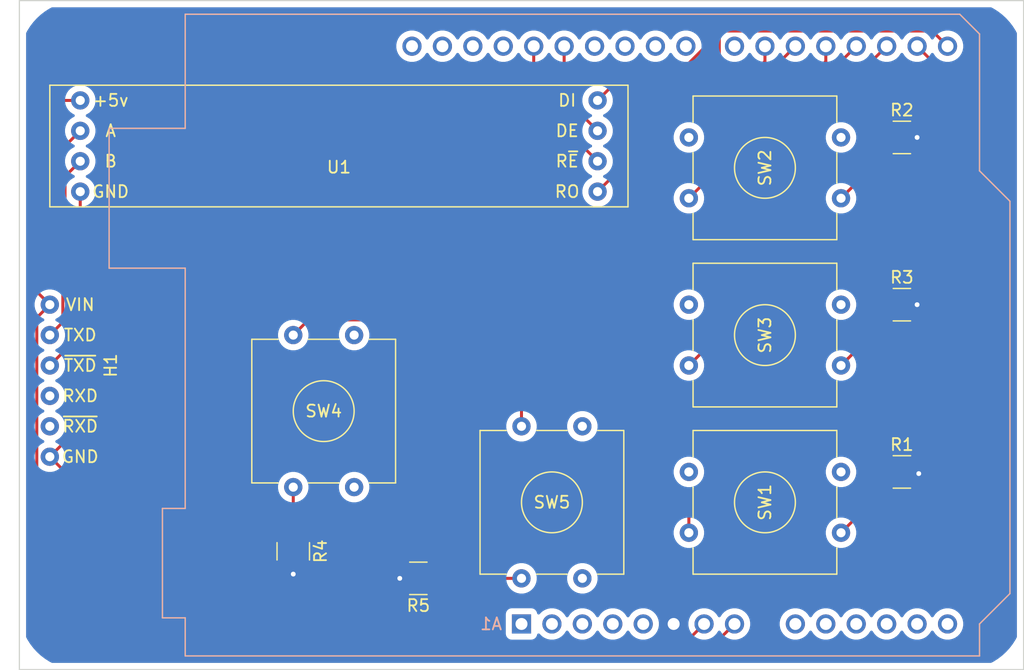
<source format=kicad_pcb>
(kicad_pcb (version 20171130) (host pcbnew "(5.1.10)-1")

  (general
    (thickness 1.6)
    (drawings 4)
    (tracks 100)
    (zones 0)
    (modules 13)
    (nets 47)
  )

  (page A4)
  (layers
    (0 F.Cu signal)
    (1 In1.Cu signal)
    (2 In2.Cu power)
    (31 B.Cu power)
    (36 B.SilkS user)
    (37 F.SilkS user)
    (38 B.Mask user)
    (39 F.Mask user)
    (40 Dwgs.User user)
    (41 Cmts.User user)
    (42 Eco1.User user)
    (43 Eco2.User user)
    (44 Edge.Cuts user)
    (45 Margin user)
    (46 B.CrtYd user)
    (47 F.CrtYd user)
    (48 B.Fab user)
    (49 F.Fab user)
  )

  (setup
    (last_trace_width 0.25)
    (trace_clearance 0.2)
    (zone_clearance 0.508)
    (zone_45_only no)
    (trace_min 0.2)
    (via_size 0.8)
    (via_drill 0.4)
    (via_min_size 0.4)
    (via_min_drill 0.3)
    (uvia_size 0.3)
    (uvia_drill 0.1)
    (uvias_allowed no)
    (uvia_min_size 0.2)
    (uvia_min_drill 0.1)
    (edge_width 0.05)
    (segment_width 0.2)
    (pcb_text_width 0.3)
    (pcb_text_size 1.5 1.5)
    (mod_edge_width 0.12)
    (mod_text_size 1 1)
    (mod_text_width 0.15)
    (pad_size 1.524 1.524)
    (pad_drill 0.762)
    (pad_to_mask_clearance 0)
    (aux_axis_origin 0 0)
    (visible_elements FFFFFF7F)
    (pcbplotparams
      (layerselection 0x010fc_ffffffff)
      (usegerberextensions false)
      (usegerberattributes true)
      (usegerberadvancedattributes true)
      (creategerberjobfile true)
      (excludeedgelayer true)
      (linewidth 0.100000)
      (plotframeref false)
      (viasonmask false)
      (mode 1)
      (useauxorigin false)
      (hpglpennumber 1)
      (hpglpenspeed 20)
      (hpglpendiameter 15.000000)
      (psnegative false)
      (psa4output false)
      (plotreference true)
      (plotvalue true)
      (plotinvisibletext false)
      (padsonsilk false)
      (subtractmaskfromsilk false)
      (outputformat 1)
      (mirror false)
      (drillshape 1)
      (scaleselection 1)
      (outputdirectory ""))
  )

  (net 0 "")
  (net 1 "Net-(A1-Pad30)")
  (net 2 "Net-(A1-Pad14)")
  (net 3 "Net-(A1-Pad13)")
  (net 4 "Net-(A1-Pad12)")
  (net 5 "Net-(A1-Pad11)")
  (net 6 "Net-(A1-Pad26)")
  (net 7 "Net-(A1-Pad10)")
  (net 8 "Net-(A1-Pad25)")
  (net 9 "Net-(A1-Pad9)")
  (net 10 "Net-(A1-Pad24)")
  (net 11 "Net-(A1-Pad8)")
  (net 12 "Net-(A1-Pad23)")
  (net 13 "Net-(A1-Pad22)")
  (net 14 "Net-(A1-Pad4)")
  (net 15 "Net-(A1-Pad3)")
  (net 16 "Net-(A1-Pad2)")
  (net 17 "Net-(A1-Pad1)")
  (net 18 "Net-(A1-Pad31)")
  (net 19 "Net-(A1-Pad32)")
  (net 20 "Net-(R1-Pad1)")
  (net 21 "Net-(R2-Pad1)")
  (net 22 "Net-(R3-Pad1)")
  (net 23 "Net-(R4-Pad1)")
  (net 24 "Net-(R5-Pad1)")
  (net 25 /g0)
  (net 26 /b1)
  (net 27 /5v)
  (net 28 /b4)
  (net 29 /b3)
  (net 30 /b2)
  (net 31 /b0)
  (net 32 "Net-(SW1-Pad4)")
  (net 33 "Net-(SW2-Pad4)")
  (net 34 "Net-(SW3-Pad4)")
  (net 35 "Net-(SW4-Pad4)")
  (net 36 "Net-(SW5-Pad4)")
  (net 37 /g1)
  (net 38 /g2)
  (net 39 /TX)
  (net 40 /RX)
  (net 41 /RE)
  (net 42 /DE)
  (net 43 "Net-(H1-Pad5)")
  (net 44 "Net-(H1-Pad4)")
  (net 45 "Net-(H1-Pad3)")
  (net 46 "Net-(H1-Pad2)")

  (net_class Default "This is the default net class."
    (clearance 0.2)
    (trace_width 0.25)
    (via_dia 0.8)
    (via_drill 0.4)
    (uvia_dia 0.3)
    (uvia_drill 0.1)
    (add_net /5v)
    (add_net /DE)
    (add_net /RE)
    (add_net /RX)
    (add_net /TX)
    (add_net /b0)
    (add_net /b1)
    (add_net /b2)
    (add_net /b3)
    (add_net /b4)
    (add_net /g0)
    (add_net /g1)
    (add_net /g2)
    (add_net "Net-(A1-Pad1)")
    (add_net "Net-(A1-Pad10)")
    (add_net "Net-(A1-Pad11)")
    (add_net "Net-(A1-Pad12)")
    (add_net "Net-(A1-Pad13)")
    (add_net "Net-(A1-Pad14)")
    (add_net "Net-(A1-Pad2)")
    (add_net "Net-(A1-Pad22)")
    (add_net "Net-(A1-Pad23)")
    (add_net "Net-(A1-Pad24)")
    (add_net "Net-(A1-Pad25)")
    (add_net "Net-(A1-Pad26)")
    (add_net "Net-(A1-Pad3)")
    (add_net "Net-(A1-Pad30)")
    (add_net "Net-(A1-Pad31)")
    (add_net "Net-(A1-Pad32)")
    (add_net "Net-(A1-Pad4)")
    (add_net "Net-(A1-Pad8)")
    (add_net "Net-(A1-Pad9)")
    (add_net "Net-(H1-Pad2)")
    (add_net "Net-(H1-Pad3)")
    (add_net "Net-(H1-Pad4)")
    (add_net "Net-(H1-Pad5)")
    (add_net "Net-(R1-Pad1)")
    (add_net "Net-(R2-Pad1)")
    (add_net "Net-(R3-Pad1)")
    (add_net "Net-(R4-Pad1)")
    (add_net "Net-(R5-Pad1)")
    (add_net "Net-(SW1-Pad4)")
    (add_net "Net-(SW2-Pad4)")
    (add_net "Net-(SW3-Pad4)")
    (add_net "Net-(SW4-Pad4)")
    (add_net "Net-(SW5-Pad4)")
  )

  (module bkm10rduino:TLL_RS485 (layer F.Cu) (tedit 616F687E) (tstamp 61703EE7)
    (at 157.48 61.678001)
    (path /61766480)
    (fp_text reference U1 (at 0 0.5) (layer F.SilkS)
      (effects (font (size 1 1) (thickness 0.15)))
    )
    (fp_text value TLL_TO_RS485 (at 0 -0.5) (layer F.Fab)
      (effects (font (size 1 1) (thickness 0.15)))
    )
    (fp_line (start -24.13 -6.35) (end 24.13 -6.35) (layer F.SilkS) (width 0.12))
    (fp_line (start 24.13 -6.35) (end 24.13 3.81) (layer F.SilkS) (width 0.12))
    (fp_line (start 24.13 3.81) (end -24.13 3.81) (layer F.SilkS) (width 0.12))
    (fp_line (start -24.13 3.81) (end -24.13 -6.35) (layer F.SilkS) (width 0.12))
    (fp_text user +5v (at -19.05 -5.08) (layer F.SilkS)
      (effects (font (size 1 1) (thickness 0.15)))
    )
    (fp_text user GND (at -19.05 2.54) (layer F.SilkS)
      (effects (font (size 1 1) (thickness 0.15)))
    )
    (fp_text user A (at -19.05 -2.54) (layer F.SilkS)
      (effects (font (size 1 1) (thickness 0.15)))
    )
    (fp_text user B (at -19.05 0) (layer F.SilkS)
      (effects (font (size 1 1) (thickness 0.15)))
    )
    (fp_text user DI (at 19.05 -5.08) (layer F.SilkS)
      (effects (font (size 1 1) (thickness 0.15)))
    )
    (fp_text user DE (at 19.05 -2.54) (layer F.SilkS)
      (effects (font (size 1 1) (thickness 0.15)))
    )
    (fp_text user R~E~ (at 19.05 0) (layer F.SilkS)
      (effects (font (size 1 1) (thickness 0.15)))
    )
    (fp_text user RO (at 19.05 2.54) (layer F.SilkS)
      (effects (font (size 1 1) (thickness 0.15)))
    )
    (pad 8 thru_hole circle (at 21.59 2.54) (size 1.524 1.524) (drill 0.762) (layers *.Cu *.Mask)
      (net 40 /RX))
    (pad 7 thru_hole circle (at 21.59 0) (size 1.524 1.524) (drill 0.762) (layers *.Cu *.Mask)
      (net 41 /RE))
    (pad 6 thru_hole circle (at 21.59 -2.54) (size 1.524 1.524) (drill 0.762) (layers *.Cu *.Mask)
      (net 42 /DE))
    (pad 5 thru_hole circle (at 21.59 -5.08) (size 1.524 1.524) (drill 0.762) (layers *.Cu *.Mask)
      (net 39 /TX))
    (pad 4 thru_hole circle (at -21.59 2.54) (size 1.524 1.524) (drill 0.762) (layers *.Cu *.Mask)
      (net 38 /g2))
    (pad 3 thru_hole circle (at -21.59 0) (size 1.524 1.524) (drill 0.762) (layers *.Cu *.Mask)
      (net 45 "Net-(H1-Pad3)"))
    (pad 2 thru_hole circle (at -21.59 -2.54) (size 1.524 1.524) (drill 0.762) (layers *.Cu *.Mask)
      (net 46 "Net-(H1-Pad2)"))
    (pad 1 thru_hole circle (at -21.59 -5.08) (size 1.524 1.524) (drill 0.762) (layers *.Cu *.Mask)
      (net 11 "Net-(A1-Pad8)"))
  )

  (module bkm10rduino:6_PIN_HEADER (layer F.Cu) (tedit 616F6835) (tstamp 61703D6F)
    (at 129.54 78.74 270)
    (path /61784A0C)
    (fp_text reference H1 (at 0 -8.89 270) (layer F.SilkS)
      (effects (font (size 1 1) (thickness 0.15)))
    )
    (fp_text value 6_PIN_HEADER (at 0 -0.5 270) (layer F.Fab)
      (effects (font (size 1 1) (thickness 0.15)))
    )
    (fp_text user VIN (at -5.08 -6.35) (layer F.SilkS)
      (effects (font (size 1 1) (thickness 0.15)))
    )
    (fp_text user TXD (at -2.54 -6.35) (layer F.SilkS)
      (effects (font (size 1 1) (thickness 0.15)))
    )
    (fp_text user ~TXD~ (at 0 -6.35) (layer F.SilkS)
      (effects (font (size 1 1) (thickness 0.15)))
    )
    (fp_text user RXD (at 2.54 -6.35) (layer F.SilkS)
      (effects (font (size 1 1) (thickness 0.15)))
    )
    (fp_text user ~RXD~ (at 5.08 -6.35) (layer F.SilkS)
      (effects (font (size 1 1) (thickness 0.15)))
    )
    (fp_text user GND (at 7.62 -6.35) (layer F.SilkS)
      (effects (font (size 1 1) (thickness 0.15)))
    )
    (pad 6 thru_hole circle (at 7.62 -3.81 270) (size 1.524 1.524) (drill 0.762) (layers *.Cu *.Mask)
      (net 38 /g2))
    (pad 5 thru_hole circle (at 5.08 -3.81 270) (size 1.524 1.524) (drill 0.762) (layers *.Cu *.Mask)
      (net 43 "Net-(H1-Pad5)"))
    (pad 4 thru_hole circle (at 2.54 -3.81 270) (size 1.524 1.524) (drill 0.762) (layers *.Cu *.Mask)
      (net 44 "Net-(H1-Pad4)"))
    (pad 3 thru_hole circle (at 0 -3.81 270) (size 1.524 1.524) (drill 0.762) (layers *.Cu *.Mask)
      (net 45 "Net-(H1-Pad3)"))
    (pad 2 thru_hole circle (at -2.54 -3.81 270) (size 1.524 1.524) (drill 0.762) (layers *.Cu *.Mask)
      (net 46 "Net-(H1-Pad2)"))
    (pad 1 thru_hole circle (at -5.08 -3.81 270) (size 1.524 1.524) (drill 0.762) (layers *.Cu *.Mask)
      (net 11 "Net-(A1-Pad8)"))
  )

  (module bkm10rduino:SW_Tactile_SPDP_12.3_5mm (layer F.Cu) (tedit 616F47D7) (tstamp 616FE652)
    (at 175.26 90.17)
    (path /61719816)
    (fp_text reference SW5 (at 0 0) (layer F.SilkS)
      (effects (font (size 1 1) (thickness 0.15)))
    )
    (fp_text value SW_MEC_5E_copy (at 0 7.62) (layer F.Fab)
      (effects (font (size 1 1) (thickness 0.15)))
    )
    (fp_line (start -1.27 -6) (end 1.27 -6) (layer F.SilkS) (width 0.12))
    (fp_line (start -1.27 6) (end 1.27 6) (layer F.SilkS) (width 0.12))
    (fp_line (start -6 -6) (end -6 6) (layer F.SilkS) (width 0.12))
    (fp_line (start 6 -6) (end 6 6) (layer F.SilkS) (width 0.12))
    (fp_line (start -6 -6) (end -3.81 -6) (layer F.SilkS) (width 0.12))
    (fp_line (start 6 -6) (end 3.81 -6) (layer F.SilkS) (width 0.12))
    (fp_line (start -6 6) (end -3.81 6) (layer F.SilkS) (width 0.12))
    (fp_line (start 6 6) (end 3.81 6) (layer F.SilkS) (width 0.12))
    (fp_circle (center 0 0) (end 2.54 0) (layer F.SilkS) (width 0.12))
    (fp_line (start -5.08 -5.08) (end -5.08 5.08) (layer Dwgs.User) (width 0.12))
    (fp_line (start -5.08 5.08) (end 5.08 5.08) (layer Dwgs.User) (width 0.12))
    (fp_line (start 5.08 5.08) (end 5.08 -5.08) (layer Dwgs.User) (width 0.12))
    (fp_line (start 5.08 -5.08) (end -5.08 -5.08) (layer Dwgs.User) (width 0.12))
    (pad 4 thru_hole circle (at 2.54 -6.35) (size 1.524 1.524) (drill 0.762) (layers *.Cu *.Mask)
      (net 36 "Net-(SW5-Pad4)"))
    (pad 3 thru_hole circle (at 2.54 6.35) (size 1.524 1.524) (drill 0.762) (layers *.Cu *.Mask)
      (net 27 /5v))
    (pad 2 thru_hole circle (at -2.54 -6.35) (size 1.524 1.524) (drill 0.762) (layers *.Cu *.Mask)
      (net 29 /b3))
    (pad 1 thru_hole circle (at -2.54 6.35) (size 1.524 1.524) (drill 0.762) (layers *.Cu *.Mask)
      (net 24 "Net-(R5-Pad1)"))
  )

  (module bkm10rduino:SW_Tactile_SPDP_12.3_5mm (layer F.Cu) (tedit 616F47D7) (tstamp 616FE63D)
    (at 156.21 82.55)
    (path /617191B1)
    (fp_text reference SW4 (at 0 0) (layer F.SilkS)
      (effects (font (size 1 1) (thickness 0.15)))
    )
    (fp_text value SW_MEC_5E_copy (at 0 7.62) (layer F.Fab)
      (effects (font (size 1 1) (thickness 0.15)))
    )
    (fp_line (start -1.27 -6) (end 1.27 -6) (layer F.SilkS) (width 0.12))
    (fp_line (start -1.27 6) (end 1.27 6) (layer F.SilkS) (width 0.12))
    (fp_line (start -6 -6) (end -6 6) (layer F.SilkS) (width 0.12))
    (fp_line (start 6 -6) (end 6 6) (layer F.SilkS) (width 0.12))
    (fp_line (start -6 -6) (end -3.81 -6) (layer F.SilkS) (width 0.12))
    (fp_line (start 6 -6) (end 3.81 -6) (layer F.SilkS) (width 0.12))
    (fp_line (start -6 6) (end -3.81 6) (layer F.SilkS) (width 0.12))
    (fp_line (start 6 6) (end 3.81 6) (layer F.SilkS) (width 0.12))
    (fp_circle (center 0 0) (end 2.54 0) (layer F.SilkS) (width 0.12))
    (fp_line (start -5.08 -5.08) (end -5.08 5.08) (layer Dwgs.User) (width 0.12))
    (fp_line (start -5.08 5.08) (end 5.08 5.08) (layer Dwgs.User) (width 0.12))
    (fp_line (start 5.08 5.08) (end 5.08 -5.08) (layer Dwgs.User) (width 0.12))
    (fp_line (start 5.08 -5.08) (end -5.08 -5.08) (layer Dwgs.User) (width 0.12))
    (pad 4 thru_hole circle (at 2.54 -6.35) (size 1.524 1.524) (drill 0.762) (layers *.Cu *.Mask)
      (net 35 "Net-(SW4-Pad4)"))
    (pad 3 thru_hole circle (at 2.54 6.35) (size 1.524 1.524) (drill 0.762) (layers *.Cu *.Mask)
      (net 27 /5v))
    (pad 2 thru_hole circle (at -2.54 -6.35) (size 1.524 1.524) (drill 0.762) (layers *.Cu *.Mask)
      (net 28 /b4))
    (pad 1 thru_hole circle (at -2.54 6.35) (size 1.524 1.524) (drill 0.762) (layers *.Cu *.Mask)
      (net 23 "Net-(R4-Pad1)"))
  )

  (module bkm10rduino:SW_Tactile_SPDP_12.3_5mm (layer F.Cu) (tedit 616F47D7) (tstamp 616FE628)
    (at 193.04 76.2 90)
    (path /617189CB)
    (fp_text reference SW3 (at 0 0 90) (layer F.SilkS)
      (effects (font (size 1 1) (thickness 0.15)))
    )
    (fp_text value SW_MEC_5E_copy (at 0 7.62 90) (layer F.Fab)
      (effects (font (size 1 1) (thickness 0.15)))
    )
    (fp_line (start -1.27 -6) (end 1.27 -6) (layer F.SilkS) (width 0.12))
    (fp_line (start -1.27 6) (end 1.27 6) (layer F.SilkS) (width 0.12))
    (fp_line (start -6 -6) (end -6 6) (layer F.SilkS) (width 0.12))
    (fp_line (start 6 -6) (end 6 6) (layer F.SilkS) (width 0.12))
    (fp_line (start -6 -6) (end -3.81 -6) (layer F.SilkS) (width 0.12))
    (fp_line (start 6 -6) (end 3.81 -6) (layer F.SilkS) (width 0.12))
    (fp_line (start -6 6) (end -3.81 6) (layer F.SilkS) (width 0.12))
    (fp_line (start 6 6) (end 3.81 6) (layer F.SilkS) (width 0.12))
    (fp_circle (center 0 0) (end 2.54 0) (layer F.SilkS) (width 0.12))
    (fp_line (start -5.08 -5.08) (end -5.08 5.08) (layer Dwgs.User) (width 0.12))
    (fp_line (start -5.08 5.08) (end 5.08 5.08) (layer Dwgs.User) (width 0.12))
    (fp_line (start 5.08 5.08) (end 5.08 -5.08) (layer Dwgs.User) (width 0.12))
    (fp_line (start 5.08 -5.08) (end -5.08 -5.08) (layer Dwgs.User) (width 0.12))
    (pad 4 thru_hole circle (at 2.54 -6.35 90) (size 1.524 1.524) (drill 0.762) (layers *.Cu *.Mask)
      (net 34 "Net-(SW3-Pad4)"))
    (pad 3 thru_hole circle (at 2.54 6.35 90) (size 1.524 1.524) (drill 0.762) (layers *.Cu *.Mask)
      (net 27 /5v))
    (pad 2 thru_hole circle (at -2.54 -6.35 90) (size 1.524 1.524) (drill 0.762) (layers *.Cu *.Mask)
      (net 26 /b1))
    (pad 1 thru_hole circle (at -2.54 6.35 90) (size 1.524 1.524) (drill 0.762) (layers *.Cu *.Mask)
      (net 22 "Net-(R3-Pad1)"))
  )

  (module bkm10rduino:SW_Tactile_SPDP_12.3_5mm (layer F.Cu) (tedit 616F47D7) (tstamp 616FE613)
    (at 193.04 62.23 90)
    (path /61718005)
    (fp_text reference SW2 (at 0 0 90) (layer F.SilkS)
      (effects (font (size 1 1) (thickness 0.15)))
    )
    (fp_text value SW_MEC_5E_copy (at 0 7.62 90) (layer F.Fab)
      (effects (font (size 1 1) (thickness 0.15)))
    )
    (fp_line (start -1.27 -6) (end 1.27 -6) (layer F.SilkS) (width 0.12))
    (fp_line (start -1.27 6) (end 1.27 6) (layer F.SilkS) (width 0.12))
    (fp_line (start -6 -6) (end -6 6) (layer F.SilkS) (width 0.12))
    (fp_line (start 6 -6) (end 6 6) (layer F.SilkS) (width 0.12))
    (fp_line (start -6 -6) (end -3.81 -6) (layer F.SilkS) (width 0.12))
    (fp_line (start 6 -6) (end 3.81 -6) (layer F.SilkS) (width 0.12))
    (fp_line (start -6 6) (end -3.81 6) (layer F.SilkS) (width 0.12))
    (fp_line (start 6 6) (end 3.81 6) (layer F.SilkS) (width 0.12))
    (fp_circle (center 0 0) (end 2.54 0) (layer F.SilkS) (width 0.12))
    (fp_line (start -5.08 -5.08) (end -5.08 5.08) (layer Dwgs.User) (width 0.12))
    (fp_line (start -5.08 5.08) (end 5.08 5.08) (layer Dwgs.User) (width 0.12))
    (fp_line (start 5.08 5.08) (end 5.08 -5.08) (layer Dwgs.User) (width 0.12))
    (fp_line (start 5.08 -5.08) (end -5.08 -5.08) (layer Dwgs.User) (width 0.12))
    (pad 4 thru_hole circle (at 2.54 -6.35 90) (size 1.524 1.524) (drill 0.762) (layers *.Cu *.Mask)
      (net 33 "Net-(SW2-Pad4)"))
    (pad 3 thru_hole circle (at 2.54 6.35 90) (size 1.524 1.524) (drill 0.762) (layers *.Cu *.Mask)
      (net 27 /5v))
    (pad 2 thru_hole circle (at -2.54 -6.35 90) (size 1.524 1.524) (drill 0.762) (layers *.Cu *.Mask)
      (net 30 /b2))
    (pad 1 thru_hole circle (at -2.54 6.35 90) (size 1.524 1.524) (drill 0.762) (layers *.Cu *.Mask)
      (net 21 "Net-(R2-Pad1)"))
  )

  (module bkm10rduino:SW_Tactile_SPDP_12.3_5mm (layer F.Cu) (tedit 616F47D7) (tstamp 616F693F)
    (at 193.04 90.17 90)
    (path /6170D811)
    (fp_text reference SW1 (at 0 0 90) (layer F.SilkS)
      (effects (font (size 1 1) (thickness 0.15)))
    )
    (fp_text value SW_MEC_5E_copy (at 0 7.62 90) (layer F.Fab)
      (effects (font (size 1 1) (thickness 0.15)))
    )
    (fp_line (start -1.27 -6) (end 1.27 -6) (layer F.SilkS) (width 0.12))
    (fp_line (start -1.27 6) (end 1.27 6) (layer F.SilkS) (width 0.12))
    (fp_line (start -6 -6) (end -6 6) (layer F.SilkS) (width 0.12))
    (fp_line (start 6 -6) (end 6 6) (layer F.SilkS) (width 0.12))
    (fp_line (start -6 -6) (end -3.81 -6) (layer F.SilkS) (width 0.12))
    (fp_line (start 6 -6) (end 3.81 -6) (layer F.SilkS) (width 0.12))
    (fp_line (start -6 6) (end -3.81 6) (layer F.SilkS) (width 0.12))
    (fp_line (start 6 6) (end 3.81 6) (layer F.SilkS) (width 0.12))
    (fp_circle (center 0 0) (end 2.54 0) (layer F.SilkS) (width 0.12))
    (fp_line (start -5.08 -5.08) (end -5.08 5.08) (layer Dwgs.User) (width 0.12))
    (fp_line (start -5.08 5.08) (end 5.08 5.08) (layer Dwgs.User) (width 0.12))
    (fp_line (start 5.08 5.08) (end 5.08 -5.08) (layer Dwgs.User) (width 0.12))
    (fp_line (start 5.08 -5.08) (end -5.08 -5.08) (layer Dwgs.User) (width 0.12))
    (pad 4 thru_hole circle (at 2.54 -6.35 90) (size 1.524 1.524) (drill 0.762) (layers *.Cu *.Mask)
      (net 32 "Net-(SW1-Pad4)"))
    (pad 3 thru_hole circle (at 2.54 6.35 90) (size 1.524 1.524) (drill 0.762) (layers *.Cu *.Mask)
      (net 27 /5v))
    (pad 2 thru_hole circle (at -2.54 -6.35 90) (size 1.524 1.524) (drill 0.762) (layers *.Cu *.Mask)
      (net 31 /b0))
    (pad 1 thru_hole circle (at -2.54 6.35 90) (size 1.524 1.524) (drill 0.762) (layers *.Cu *.Mask)
      (net 20 "Net-(R1-Pad1)"))
  )

  (module Module:Arduino_UNO_R3 locked (layer B.Cu) (tedit 58AB60FC) (tstamp 616DE476)
    (at 172.72 100.33)
    (descr "Arduino UNO R3, http://www.mouser.com/pdfdocs/Gravitech_Arduino_Nano3_0.pdf")
    (tags "Arduino UNO R3")
    (path /616DE7A9)
    (fp_text reference A1 (at -2.54 0 -180) (layer B.SilkS)
      (effects (font (size 1 1) (thickness 0.15)) (justify mirror))
    )
    (fp_text value Arduino_UNO_R3 (at 0 -22.86) (layer B.Fab)
      (effects (font (size 1 1) (thickness 0.15)) (justify mirror))
    )
    (fp_text user %R (at 0 -20.32 -180) (layer B.Fab)
      (effects (font (size 1 1) (thickness 0.15)) (justify mirror))
    )
    (fp_line (start 38.35 2.79) (end 38.35 0) (layer B.CrtYd) (width 0.05))
    (fp_line (start 38.35 0) (end 40.89 -2.54) (layer B.CrtYd) (width 0.05))
    (fp_line (start 40.89 -2.54) (end 40.89 -35.31) (layer B.CrtYd) (width 0.05))
    (fp_line (start 40.89 -35.31) (end 38.35 -37.85) (layer B.CrtYd) (width 0.05))
    (fp_line (start 38.35 -37.85) (end 38.35 -49.28) (layer B.CrtYd) (width 0.05))
    (fp_line (start 38.35 -49.28) (end 36.58 -51.05) (layer B.CrtYd) (width 0.05))
    (fp_line (start 36.58 -51.05) (end -28.19 -51.05) (layer B.CrtYd) (width 0.05))
    (fp_line (start -28.19 -51.05) (end -28.19 -41.53) (layer B.CrtYd) (width 0.05))
    (fp_line (start -28.19 -41.53) (end -34.54 -41.53) (layer B.CrtYd) (width 0.05))
    (fp_line (start -34.54 -41.53) (end -34.54 -29.59) (layer B.CrtYd) (width 0.05))
    (fp_line (start -34.54 -29.59) (end -28.19 -29.59) (layer B.CrtYd) (width 0.05))
    (fp_line (start -28.19 -29.59) (end -28.19 -9.78) (layer B.CrtYd) (width 0.05))
    (fp_line (start -28.19 -9.78) (end -30.1 -9.78) (layer B.CrtYd) (width 0.05))
    (fp_line (start -30.1 -9.78) (end -30.1 -0.38) (layer B.CrtYd) (width 0.05))
    (fp_line (start -30.1 -0.38) (end -28.19 -0.38) (layer B.CrtYd) (width 0.05))
    (fp_line (start -28.19 -0.38) (end -28.19 2.79) (layer B.CrtYd) (width 0.05))
    (fp_line (start -28.19 2.79) (end 38.35 2.79) (layer B.CrtYd) (width 0.05))
    (fp_line (start 40.77 -35.31) (end 40.77 -2.54) (layer B.SilkS) (width 0.12))
    (fp_line (start 40.77 -2.54) (end 38.23 0) (layer B.SilkS) (width 0.12))
    (fp_line (start 38.23 0) (end 38.23 2.67) (layer B.SilkS) (width 0.12))
    (fp_line (start 38.23 2.67) (end -28.07 2.67) (layer B.SilkS) (width 0.12))
    (fp_line (start -28.07 2.67) (end -28.07 -0.51) (layer B.SilkS) (width 0.12))
    (fp_line (start -28.07 -0.51) (end -29.97 -0.51) (layer B.SilkS) (width 0.12))
    (fp_line (start -29.97 -0.51) (end -29.97 -9.65) (layer B.SilkS) (width 0.12))
    (fp_line (start -29.97 -9.65) (end -28.07 -9.65) (layer B.SilkS) (width 0.12))
    (fp_line (start -28.07 -9.65) (end -28.07 -29.72) (layer B.SilkS) (width 0.12))
    (fp_line (start -28.07 -29.72) (end -34.42 -29.72) (layer B.SilkS) (width 0.12))
    (fp_line (start -34.42 -29.72) (end -34.42 -41.4) (layer B.SilkS) (width 0.12))
    (fp_line (start -34.42 -41.4) (end -28.07 -41.4) (layer B.SilkS) (width 0.12))
    (fp_line (start -28.07 -41.4) (end -28.07 -50.93) (layer B.SilkS) (width 0.12))
    (fp_line (start -28.07 -50.93) (end 36.58 -50.93) (layer B.SilkS) (width 0.12))
    (fp_line (start 36.58 -50.93) (end 38.23 -49.28) (layer B.SilkS) (width 0.12))
    (fp_line (start 38.23 -49.28) (end 38.23 -37.85) (layer B.SilkS) (width 0.12))
    (fp_line (start 38.23 -37.85) (end 40.77 -35.31) (layer B.SilkS) (width 0.12))
    (fp_line (start -34.29 -29.84) (end -18.41 -29.84) (layer B.Fab) (width 0.1))
    (fp_line (start -18.41 -29.84) (end -18.41 -41.27) (layer B.Fab) (width 0.1))
    (fp_line (start -18.41 -41.27) (end -34.29 -41.27) (layer B.Fab) (width 0.1))
    (fp_line (start -34.29 -41.27) (end -34.29 -29.84) (layer B.Fab) (width 0.1))
    (fp_line (start -29.84 -0.64) (end -16.51 -0.64) (layer B.Fab) (width 0.1))
    (fp_line (start -16.51 -0.64) (end -16.51 -9.53) (layer B.Fab) (width 0.1))
    (fp_line (start -16.51 -9.53) (end -29.84 -9.53) (layer B.Fab) (width 0.1))
    (fp_line (start -29.84 -9.53) (end -29.84 -0.64) (layer B.Fab) (width 0.1))
    (fp_line (start 38.1 -37.85) (end 38.1 -49.28) (layer B.Fab) (width 0.1))
    (fp_line (start 40.64 -2.54) (end 40.64 -35.31) (layer B.Fab) (width 0.1))
    (fp_line (start 40.64 -35.31) (end 38.1 -37.85) (layer B.Fab) (width 0.1))
    (fp_line (start 38.1 2.54) (end 38.1 0) (layer B.Fab) (width 0.1))
    (fp_line (start 38.1 0) (end 40.64 -2.54) (layer B.Fab) (width 0.1))
    (fp_line (start 38.1 -49.28) (end 36.58 -50.8) (layer B.Fab) (width 0.1))
    (fp_line (start 36.58 -50.8) (end -27.94 -50.8) (layer B.Fab) (width 0.1))
    (fp_line (start -27.94 -50.8) (end -27.94 2.54) (layer B.Fab) (width 0.1))
    (fp_line (start -27.94 2.54) (end 38.1 2.54) (layer B.Fab) (width 0.1))
    (pad 16 thru_hole oval (at 33.02 -48.26 270) (size 1.6 1.6) (drill 1) (layers *.Cu *.Mask)
      (net 39 /TX))
    (pad 15 thru_hole oval (at 35.56 -48.26 270) (size 1.6 1.6) (drill 1) (layers *.Cu *.Mask)
      (net 40 /RX))
    (pad 30 thru_hole oval (at -4.06 -48.26 270) (size 1.6 1.6) (drill 1) (layers *.Cu *.Mask)
      (net 1 "Net-(A1-Pad30)"))
    (pad 14 thru_hole oval (at 35.56 0 270) (size 1.6 1.6) (drill 1) (layers *.Cu *.Mask)
      (net 2 "Net-(A1-Pad14)"))
    (pad 29 thru_hole oval (at -1.52 -48.26 270) (size 1.6 1.6) (drill 1) (layers *.Cu *.Mask)
      (net 25 /g0))
    (pad 13 thru_hole oval (at 33.02 0 270) (size 1.6 1.6) (drill 1) (layers *.Cu *.Mask)
      (net 3 "Net-(A1-Pad13)"))
    (pad 28 thru_hole oval (at 1.02 -48.26 270) (size 1.6 1.6) (drill 1) (layers *.Cu *.Mask)
      (net 41 /RE))
    (pad 12 thru_hole oval (at 30.48 0 270) (size 1.6 1.6) (drill 1) (layers *.Cu *.Mask)
      (net 4 "Net-(A1-Pad12)"))
    (pad 27 thru_hole oval (at 3.56 -48.26 270) (size 1.6 1.6) (drill 1) (layers *.Cu *.Mask)
      (net 42 /DE))
    (pad 11 thru_hole oval (at 27.94 0 270) (size 1.6 1.6) (drill 1) (layers *.Cu *.Mask)
      (net 5 "Net-(A1-Pad11)"))
    (pad 26 thru_hole oval (at 6.1 -48.26 270) (size 1.6 1.6) (drill 1) (layers *.Cu *.Mask)
      (net 6 "Net-(A1-Pad26)"))
    (pad 10 thru_hole oval (at 25.4 0 270) (size 1.6 1.6) (drill 1) (layers *.Cu *.Mask)
      (net 7 "Net-(A1-Pad10)"))
    (pad 25 thru_hole oval (at 8.64 -48.26 270) (size 1.6 1.6) (drill 1) (layers *.Cu *.Mask)
      (net 8 "Net-(A1-Pad25)"))
    (pad 9 thru_hole oval (at 22.86 0 270) (size 1.6 1.6) (drill 1) (layers *.Cu *.Mask)
      (net 9 "Net-(A1-Pad9)"))
    (pad 24 thru_hole oval (at 11.18 -48.26 270) (size 1.6 1.6) (drill 1) (layers *.Cu *.Mask)
      (net 10 "Net-(A1-Pad24)"))
    (pad 8 thru_hole oval (at 17.78 0 270) (size 1.6 1.6) (drill 1) (layers *.Cu *.Mask)
      (net 11 "Net-(A1-Pad8)"))
    (pad 23 thru_hole oval (at 13.72 -48.26 270) (size 1.6 1.6) (drill 1) (layers *.Cu *.Mask)
      (net 12 "Net-(A1-Pad23)"))
    (pad 7 thru_hole oval (at 15.24 0 270) (size 1.6 1.6) (drill 1) (layers *.Cu *.Mask)
      (net 38 /g2))
    (pad 22 thru_hole oval (at 17.78 -48.26 270) (size 1.6 1.6) (drill 1) (layers *.Cu *.Mask)
      (net 13 "Net-(A1-Pad22)"))
    (pad 6 thru_hole oval (at 12.7 0 270) (size 1.6 1.6) (drill 1) (layers *.Cu *.Mask)
      (net 37 /g1))
    (pad 21 thru_hole oval (at 20.32 -48.26 270) (size 1.6 1.6) (drill 1) (layers *.Cu *.Mask)
      (net 28 /b4))
    (pad 5 thru_hole oval (at 10.16 0 270) (size 1.6 1.6) (drill 1) (layers *.Cu *.Mask)
      (net 27 /5v))
    (pad 20 thru_hole oval (at 22.86 -48.26 270) (size 1.6 1.6) (drill 1) (layers *.Cu *.Mask)
      (net 29 /b3))
    (pad 4 thru_hole oval (at 7.62 0 270) (size 1.6 1.6) (drill 1) (layers *.Cu *.Mask)
      (net 14 "Net-(A1-Pad4)"))
    (pad 19 thru_hole oval (at 25.4 -48.26 270) (size 1.6 1.6) (drill 1) (layers *.Cu *.Mask)
      (net 30 /b2))
    (pad 3 thru_hole oval (at 5.08 0 270) (size 1.6 1.6) (drill 1) (layers *.Cu *.Mask)
      (net 15 "Net-(A1-Pad3)"))
    (pad 18 thru_hole oval (at 27.94 -48.26 270) (size 1.6 1.6) (drill 1) (layers *.Cu *.Mask)
      (net 26 /b1))
    (pad 2 thru_hole oval (at 2.54 0 270) (size 1.6 1.6) (drill 1) (layers *.Cu *.Mask)
      (net 16 "Net-(A1-Pad2)"))
    (pad 17 thru_hole oval (at 30.48 -48.26 270) (size 1.6 1.6) (drill 1) (layers *.Cu *.Mask)
      (net 31 /b0))
    (pad 1 thru_hole rect (at 0 0 270) (size 1.6 1.6) (drill 1) (layers *.Cu *.Mask)
      (net 17 "Net-(A1-Pad1)"))
    (pad 31 thru_hole oval (at -6.6 -48.26 270) (size 1.6 1.6) (drill 1) (layers *.Cu *.Mask)
      (net 18 "Net-(A1-Pad31)"))
    (pad 32 thru_hole oval (at -9.14 -48.26 270) (size 1.6 1.6) (drill 1) (layers *.Cu *.Mask)
      (net 19 "Net-(A1-Pad32)"))
    (model ${KISYS3DMOD}/Module.3dshapes/Arduino_UNO_R3.wrl
      (at (xyz 0 0 0))
      (scale (xyz 1 1 1))
      (rotate (xyz 0 0 0))
    )
  )

  (module Resistor_SMD:R_1210_3225Metric_Pad1.30x2.65mm_HandSolder (layer F.Cu) (tedit 5F68FEEE) (tstamp 616DE9C2)
    (at 164.11 96.52 180)
    (descr "Resistor SMD 1210 (3225 Metric), square (rectangular) end terminal, IPC_7351 nominal with elongated pad for handsoldering. (Body size source: IPC-SM-782 page 72, https://www.pcb-3d.com/wordpress/wp-content/uploads/ipc-sm-782a_amendment_1_and_2.pdf), generated with kicad-footprint-generator")
    (tags "resistor handsolder")
    (path /616E5346)
    (attr smd)
    (fp_text reference R5 (at 0 -2.28) (layer F.SilkS)
      (effects (font (size 1 1) (thickness 0.15)))
    )
    (fp_text value R (at 0 2.28) (layer F.Fab)
      (effects (font (size 1 1) (thickness 0.15)))
    )
    (fp_text user %R (at 0 0) (layer F.Fab)
      (effects (font (size 0.8 0.8) (thickness 0.12)))
    )
    (fp_line (start -1.6 1.245) (end -1.6 -1.245) (layer F.Fab) (width 0.1))
    (fp_line (start -1.6 -1.245) (end 1.6 -1.245) (layer F.Fab) (width 0.1))
    (fp_line (start 1.6 -1.245) (end 1.6 1.245) (layer F.Fab) (width 0.1))
    (fp_line (start 1.6 1.245) (end -1.6 1.245) (layer F.Fab) (width 0.1))
    (fp_line (start -0.723737 -1.355) (end 0.723737 -1.355) (layer F.SilkS) (width 0.12))
    (fp_line (start -0.723737 1.355) (end 0.723737 1.355) (layer F.SilkS) (width 0.12))
    (fp_line (start -2.45 1.58) (end -2.45 -1.58) (layer F.CrtYd) (width 0.05))
    (fp_line (start -2.45 -1.58) (end 2.45 -1.58) (layer F.CrtYd) (width 0.05))
    (fp_line (start 2.45 -1.58) (end 2.45 1.58) (layer F.CrtYd) (width 0.05))
    (fp_line (start 2.45 1.58) (end -2.45 1.58) (layer F.CrtYd) (width 0.05))
    (pad 2 smd roundrect (at 1.55 0 180) (size 1.3 2.65) (layers F.Cu F.Paste F.Mask) (roundrect_rratio 0.192308)
      (net 37 /g1))
    (pad 1 smd roundrect (at -1.55 0 180) (size 1.3 2.65) (layers F.Cu F.Paste F.Mask) (roundrect_rratio 0.192308)
      (net 24 "Net-(R5-Pad1)"))
    (model ${KISYS3DMOD}/Resistor_SMD.3dshapes/R_1210_3225Metric.wrl
      (at (xyz 0 0 0))
      (scale (xyz 1 1 1))
      (rotate (xyz 0 0 0))
    )
  )

  (module Resistor_SMD:R_1210_3225Metric_Pad1.30x2.65mm_HandSolder (layer F.Cu) (tedit 5F68FEEE) (tstamp 616DE9B1)
    (at 153.67 94.26 270)
    (descr "Resistor SMD 1210 (3225 Metric), square (rectangular) end terminal, IPC_7351 nominal with elongated pad for handsoldering. (Body size source: IPC-SM-782 page 72, https://www.pcb-3d.com/wordpress/wp-content/uploads/ipc-sm-782a_amendment_1_and_2.pdf), generated with kicad-footprint-generator")
    (tags "resistor handsolder")
    (path /616E50DC)
    (attr smd)
    (fp_text reference R4 (at 0 -2.28 90) (layer F.SilkS)
      (effects (font (size 1 1) (thickness 0.15)))
    )
    (fp_text value R (at 0 2.28 90) (layer F.Fab)
      (effects (font (size 1 1) (thickness 0.15)))
    )
    (fp_text user %R (at 0 0 90) (layer F.Fab)
      (effects (font (size 0.8 0.8) (thickness 0.12)))
    )
    (fp_line (start -1.6 1.245) (end -1.6 -1.245) (layer F.Fab) (width 0.1))
    (fp_line (start -1.6 -1.245) (end 1.6 -1.245) (layer F.Fab) (width 0.1))
    (fp_line (start 1.6 -1.245) (end 1.6 1.245) (layer F.Fab) (width 0.1))
    (fp_line (start 1.6 1.245) (end -1.6 1.245) (layer F.Fab) (width 0.1))
    (fp_line (start -0.723737 -1.355) (end 0.723737 -1.355) (layer F.SilkS) (width 0.12))
    (fp_line (start -0.723737 1.355) (end 0.723737 1.355) (layer F.SilkS) (width 0.12))
    (fp_line (start -2.45 1.58) (end -2.45 -1.58) (layer F.CrtYd) (width 0.05))
    (fp_line (start -2.45 -1.58) (end 2.45 -1.58) (layer F.CrtYd) (width 0.05))
    (fp_line (start 2.45 -1.58) (end 2.45 1.58) (layer F.CrtYd) (width 0.05))
    (fp_line (start 2.45 1.58) (end -2.45 1.58) (layer F.CrtYd) (width 0.05))
    (pad 2 smd roundrect (at 1.55 0 270) (size 1.3 2.65) (layers F.Cu F.Paste F.Mask) (roundrect_rratio 0.192308)
      (net 37 /g1))
    (pad 1 smd roundrect (at -1.55 0 270) (size 1.3 2.65) (layers F.Cu F.Paste F.Mask) (roundrect_rratio 0.192308)
      (net 23 "Net-(R4-Pad1)"))
    (model ${KISYS3DMOD}/Resistor_SMD.3dshapes/R_1210_3225Metric.wrl
      (at (xyz 0 0 0))
      (scale (xyz 1 1 1))
      (rotate (xyz 0 0 0))
    )
  )

  (module Resistor_SMD:R_1210_3225Metric_Pad1.30x2.65mm_HandSolder (layer F.Cu) (tedit 5F68FEEE) (tstamp 616DE9A0)
    (at 204.47 73.66)
    (descr "Resistor SMD 1210 (3225 Metric), square (rectangular) end terminal, IPC_7351 nominal with elongated pad for handsoldering. (Body size source: IPC-SM-782 page 72, https://www.pcb-3d.com/wordpress/wp-content/uploads/ipc-sm-782a_amendment_1_and_2.pdf), generated with kicad-footprint-generator")
    (tags "resistor handsolder")
    (path /616E4DC6)
    (attr smd)
    (fp_text reference R3 (at 0 -2.28) (layer F.SilkS)
      (effects (font (size 1 1) (thickness 0.15)))
    )
    (fp_text value R (at 0 2.28) (layer F.Fab)
      (effects (font (size 1 1) (thickness 0.15)))
    )
    (fp_text user %R (at 0 0) (layer F.Fab)
      (effects (font (size 0.8 0.8) (thickness 0.12)))
    )
    (fp_line (start -1.6 1.245) (end -1.6 -1.245) (layer F.Fab) (width 0.1))
    (fp_line (start -1.6 -1.245) (end 1.6 -1.245) (layer F.Fab) (width 0.1))
    (fp_line (start 1.6 -1.245) (end 1.6 1.245) (layer F.Fab) (width 0.1))
    (fp_line (start 1.6 1.245) (end -1.6 1.245) (layer F.Fab) (width 0.1))
    (fp_line (start -0.723737 -1.355) (end 0.723737 -1.355) (layer F.SilkS) (width 0.12))
    (fp_line (start -0.723737 1.355) (end 0.723737 1.355) (layer F.SilkS) (width 0.12))
    (fp_line (start -2.45 1.58) (end -2.45 -1.58) (layer F.CrtYd) (width 0.05))
    (fp_line (start -2.45 -1.58) (end 2.45 -1.58) (layer F.CrtYd) (width 0.05))
    (fp_line (start 2.45 -1.58) (end 2.45 1.58) (layer F.CrtYd) (width 0.05))
    (fp_line (start 2.45 1.58) (end -2.45 1.58) (layer F.CrtYd) (width 0.05))
    (pad 2 smd roundrect (at 1.55 0) (size 1.3 2.65) (layers F.Cu F.Paste F.Mask) (roundrect_rratio 0.192308)
      (net 37 /g1))
    (pad 1 smd roundrect (at -1.55 0) (size 1.3 2.65) (layers F.Cu F.Paste F.Mask) (roundrect_rratio 0.192308)
      (net 22 "Net-(R3-Pad1)"))
    (model ${KISYS3DMOD}/Resistor_SMD.3dshapes/R_1210_3225Metric.wrl
      (at (xyz 0 0 0))
      (scale (xyz 1 1 1))
      (rotate (xyz 0 0 0))
    )
  )

  (module Resistor_SMD:R_1210_3225Metric_Pad1.30x2.65mm_HandSolder (layer F.Cu) (tedit 5F68FEEE) (tstamp 616DE98F)
    (at 204.47 59.69)
    (descr "Resistor SMD 1210 (3225 Metric), square (rectangular) end terminal, IPC_7351 nominal with elongated pad for handsoldering. (Body size source: IPC-SM-782 page 72, https://www.pcb-3d.com/wordpress/wp-content/uploads/ipc-sm-782a_amendment_1_and_2.pdf), generated with kicad-footprint-generator")
    (tags "resistor handsolder")
    (path /616E4AE1)
    (attr smd)
    (fp_text reference R2 (at 0 -2.28) (layer F.SilkS)
      (effects (font (size 1 1) (thickness 0.15)))
    )
    (fp_text value R (at 0 2.28) (layer F.Fab)
      (effects (font (size 1 1) (thickness 0.15)))
    )
    (fp_text user %R (at 0 0) (layer F.Fab)
      (effects (font (size 0.8 0.8) (thickness 0.12)))
    )
    (fp_line (start -1.6 1.245) (end -1.6 -1.245) (layer F.Fab) (width 0.1))
    (fp_line (start -1.6 -1.245) (end 1.6 -1.245) (layer F.Fab) (width 0.1))
    (fp_line (start 1.6 -1.245) (end 1.6 1.245) (layer F.Fab) (width 0.1))
    (fp_line (start 1.6 1.245) (end -1.6 1.245) (layer F.Fab) (width 0.1))
    (fp_line (start -0.723737 -1.355) (end 0.723737 -1.355) (layer F.SilkS) (width 0.12))
    (fp_line (start -0.723737 1.355) (end 0.723737 1.355) (layer F.SilkS) (width 0.12))
    (fp_line (start -2.45 1.58) (end -2.45 -1.58) (layer F.CrtYd) (width 0.05))
    (fp_line (start -2.45 -1.58) (end 2.45 -1.58) (layer F.CrtYd) (width 0.05))
    (fp_line (start 2.45 -1.58) (end 2.45 1.58) (layer F.CrtYd) (width 0.05))
    (fp_line (start 2.45 1.58) (end -2.45 1.58) (layer F.CrtYd) (width 0.05))
    (pad 2 smd roundrect (at 1.55 0) (size 1.3 2.65) (layers F.Cu F.Paste F.Mask) (roundrect_rratio 0.192308)
      (net 37 /g1))
    (pad 1 smd roundrect (at -1.55 0) (size 1.3 2.65) (layers F.Cu F.Paste F.Mask) (roundrect_rratio 0.192308)
      (net 21 "Net-(R2-Pad1)"))
    (model ${KISYS3DMOD}/Resistor_SMD.3dshapes/R_1210_3225Metric.wrl
      (at (xyz 0 0 0))
      (scale (xyz 1 1 1))
      (rotate (xyz 0 0 0))
    )
  )

  (module Resistor_SMD:R_1210_3225Metric_Pad1.30x2.65mm_HandSolder (layer F.Cu) (tedit 5F68FEEE) (tstamp 616DE97E)
    (at 204.47 87.63)
    (descr "Resistor SMD 1210 (3225 Metric), square (rectangular) end terminal, IPC_7351 nominal with elongated pad for handsoldering. (Body size source: IPC-SM-782 page 72, https://www.pcb-3d.com/wordpress/wp-content/uploads/ipc-sm-782a_amendment_1_and_2.pdf), generated with kicad-footprint-generator")
    (tags "resistor handsolder")
    (path /616E3AD6)
    (attr smd)
    (fp_text reference R1 (at 0 -2.28) (layer F.SilkS)
      (effects (font (size 1 1) (thickness 0.15)))
    )
    (fp_text value R (at 0 2.28) (layer F.Fab)
      (effects (font (size 1 1) (thickness 0.15)))
    )
    (fp_text user %R (at 0 0) (layer F.Fab)
      (effects (font (size 0.8 0.8) (thickness 0.12)))
    )
    (fp_line (start -1.6 1.245) (end -1.6 -1.245) (layer F.Fab) (width 0.1))
    (fp_line (start -1.6 -1.245) (end 1.6 -1.245) (layer F.Fab) (width 0.1))
    (fp_line (start 1.6 -1.245) (end 1.6 1.245) (layer F.Fab) (width 0.1))
    (fp_line (start 1.6 1.245) (end -1.6 1.245) (layer F.Fab) (width 0.1))
    (fp_line (start -0.723737 -1.355) (end 0.723737 -1.355) (layer F.SilkS) (width 0.12))
    (fp_line (start -0.723737 1.355) (end 0.723737 1.355) (layer F.SilkS) (width 0.12))
    (fp_line (start -2.45 1.58) (end -2.45 -1.58) (layer F.CrtYd) (width 0.05))
    (fp_line (start -2.45 -1.58) (end 2.45 -1.58) (layer F.CrtYd) (width 0.05))
    (fp_line (start 2.45 -1.58) (end 2.45 1.58) (layer F.CrtYd) (width 0.05))
    (fp_line (start 2.45 1.58) (end -2.45 1.58) (layer F.CrtYd) (width 0.05))
    (pad 2 smd roundrect (at 1.55 0) (size 1.3 2.65) (layers F.Cu F.Paste F.Mask) (roundrect_rratio 0.192308)
      (net 37 /g1))
    (pad 1 smd roundrect (at -1.55 0) (size 1.3 2.65) (layers F.Cu F.Paste F.Mask) (roundrect_rratio 0.192308)
      (net 20 "Net-(R1-Pad1)"))
    (model ${KISYS3DMOD}/Resistor_SMD.3dshapes/R_1210_3225Metric.wrl
      (at (xyz 0 0 0))
      (scale (xyz 1 1 1))
      (rotate (xyz 0 0 0))
    )
  )

  (gr_line (start 214.63 48.26) (end 214.63 104.14) (layer Edge.Cuts) (width 0.1))
  (gr_line (start 130.81 48.26) (end 214.63 48.26) (layer Edge.Cuts) (width 0.1))
  (gr_line (start 130.81 104.14) (end 130.81 48.26) (layer Edge.Cuts) (width 0.1))
  (gr_line (start 214.63 104.14) (end 130.81 104.14) (layer Edge.Cuts) (width 0.1))

  (via (at 205.74 59.69) (size 0.8) (drill 0.4) (layers F.Cu B.Cu) (net 37))
  (via (at 205.74 73.66) (size 0.8) (drill 0.4) (layers F.Cu B.Cu) (net 37))
  (segment (start 135.89 56.598001) (end 132.631999 56.598001) (width 0.25) (layer F.Cu) (net 11))
  (segment (start 132.631999 56.598001) (end 132.08 57.15) (width 0.25) (layer F.Cu) (net 11))
  (segment (start 132.08 72.39) (end 132.715 73.025) (width 0.25) (layer F.Cu) (net 11))
  (segment (start 132.08 57.15) (end 132.08 72.39) (width 0.25) (layer F.Cu) (net 11))
  (segment (start 133.35 73.66) (end 132.715 73.025) (width 0.25) (layer F.Cu) (net 11))
  (segment (start 132.262999 74.747001) (end 132.262999 88.449409) (width 0.25) (layer F.Cu) (net 11))
  (segment (start 133.35 73.66) (end 132.262999 74.747001) (width 0.25) (layer F.Cu) (net 11))
  (segment (start 146.68359 102.87) (end 145.096795 101.283205) (width 0.25) (layer F.Cu) (net 11))
  (segment (start 187.96 102.87) (end 146.68359 102.87) (width 0.25) (layer F.Cu) (net 11))
  (segment (start 190.5 100.33) (end 187.96 102.87) (width 0.25) (layer F.Cu) (net 11))
  (segment (start 145.096795 101.283205) (end 145.7186 101.90501) (width 0.25) (layer F.Cu) (net 11))
  (segment (start 132.262999 88.449409) (end 145.096795 101.283205) (width 0.25) (layer F.Cu) (net 11))
  (segment (start 202.92 89.18) (end 199.39 92.71) (width 0.25) (layer F.Cu) (net 20))
  (segment (start 202.92 87.63) (end 202.92 89.18) (width 0.25) (layer F.Cu) (net 20))
  (segment (start 202.92 61.24) (end 199.39 64.77) (width 0.25) (layer F.Cu) (net 21))
  (segment (start 202.92 59.69) (end 202.92 61.24) (width 0.25) (layer F.Cu) (net 21))
  (segment (start 202.92 75.21) (end 199.39 78.74) (width 0.25) (layer F.Cu) (net 22))
  (segment (start 202.92 73.66) (end 202.92 75.21) (width 0.25) (layer F.Cu) (net 22))
  (segment (start 153.67 88.9) (end 153.67 92.71) (width 0.25) (layer F.Cu) (net 23))
  (segment (start 172.72 96.52) (end 165.66 96.52) (width 0.25) (layer F.Cu) (net 24))
  (segment (start 189.23 69.85) (end 189.23 76.2) (width 0.25) (layer F.Cu) (net 26))
  (segment (start 189.23 76.2) (end 186.69 78.74) (width 0.25) (layer F.Cu) (net 26))
  (segment (start 191.31999 67.76001) (end 189.23 69.85) (width 0.25) (layer F.Cu) (net 26))
  (segment (start 191.31999 61.41001) (end 191.31999 67.76001) (width 0.25) (layer F.Cu) (net 26))
  (segment (start 200.66 52.07) (end 191.31999 61.41001) (width 0.25) (layer F.Cu) (net 26))
  (segment (start 177.8 96.52) (end 177.8 96.52) (width 0.25) (layer F.Cu) (net 27))
  (segment (start 193.04 52.07) (end 193.04 53.34) (width 0.25) (layer F.Cu) (net 28))
  (segment (start 193.04 53.34) (end 190.5 55.88) (width 0.25) (layer F.Cu) (net 28))
  (segment (start 190.5 55.88) (end 184.78359 55.88) (width 0.25) (layer F.Cu) (net 28))
  (segment (start 182.88 57.78359) (end 182.88 71.12) (width 0.25) (layer F.Cu) (net 28))
  (segment (start 182.88 71.12) (end 181.61 72.39) (width 0.25) (layer F.Cu) (net 28))
  (segment (start 181.61 72.39) (end 173.99 72.39) (width 0.25) (layer F.Cu) (net 28))
  (segment (start 173.99 72.39) (end 171.45 74.93) (width 0.25) (layer F.Cu) (net 28))
  (segment (start 154.94 74.93) (end 153.67 76.2) (width 0.25) (layer F.Cu) (net 28))
  (segment (start 171.45 74.93) (end 154.94 74.93) (width 0.25) (layer F.Cu) (net 28))
  (segment (start 184.78359 55.88) (end 184.15 55.88) (width 0.25) (layer F.Cu) (net 28))
  (segment (start 184.15 55.88) (end 182.88 57.15) (width 0.25) (layer F.Cu) (net 28))
  (segment (start 182.88 57.15) (end 182.88 58.42) (width 0.25) (layer F.Cu) (net 28))
  (segment (start 190.5 57.15) (end 195.58 52.07) (width 0.25) (layer F.Cu) (net 29))
  (segment (start 184.15 71.12) (end 184.15 57.15) (width 0.25) (layer F.Cu) (net 29))
  (segment (start 184.15 57.15) (end 190.5 57.15) (width 0.25) (layer F.Cu) (net 29))
  (segment (start 175.26 73.66) (end 181.61 73.66) (width 0.25) (layer F.Cu) (net 29))
  (segment (start 172.72 76.2) (end 175.26 73.66) (width 0.25) (layer F.Cu) (net 29))
  (segment (start 181.61 73.66) (end 184.15 71.12) (width 0.25) (layer F.Cu) (net 29))
  (segment (start 172.72 83.82) (end 172.72 76.2) (width 0.25) (layer F.Cu) (net 29))
  (segment (start 198.12 53.34) (end 186.69 64.77) (width 0.25) (layer F.Cu) (net 30))
  (segment (start 198.12 52.07) (end 198.12 53.34) (width 0.25) (layer F.Cu) (net 30))
  (segment (start 196.85 58.42) (end 203.2 52.07) (width 0.25) (layer F.Cu) (net 31))
  (segment (start 196.85 67.31) (end 196.85 58.42) (width 0.25) (layer F.Cu) (net 31))
  (segment (start 191.77 72.39) (end 196.85 67.31) (width 0.25) (layer F.Cu) (net 31))
  (segment (start 191.77 86.36) (end 191.77 72.39) (width 0.25) (layer F.Cu) (net 31))
  (segment (start 186.69 91.44) (end 191.77 86.36) (width 0.25) (layer F.Cu) (net 31))
  (segment (start 186.69 92.71) (end 186.69 91.44) (width 0.25) (layer F.Cu) (net 31))
  (segment (start 135.89 83.82) (end 135.89 64.218001) (width 0.25) (layer F.Cu) (net 38))
  (segment (start 133.35 86.36) (end 135.89 83.82) (width 0.25) (layer F.Cu) (net 38))
  (segment (start 205.74 87.91) (end 205.88 87.77) (width 0.25) (layer F.Cu) (net 37))
  (via (at 162.56 96.52) (size 0.8) (drill 0.4) (layers F.Cu B.Cu) (net 37))
  (via (at 153.67 96.165) (size 0.8) (drill 0.4) (layers F.Cu B.Cu) (net 37))
  (segment (start 205.88 87.77) (end 206.02 87.63) (width 0.25) (layer F.Cu) (net 37) (tstamp 61707D92))
  (via (at 205.88 87.77) (size 0.8) (drill 0.4) (layers F.Cu B.Cu) (net 37))
  (segment (start 185.934981 102.355019) (end 149.345019 102.355019) (width 0.25) (layer F.Cu) (net 38))
  (segment (start 187.96 100.33) (end 185.934981 102.355019) (width 0.25) (layer F.Cu) (net 38))
  (segment (start 149.345019 102.355019) (end 142.24 95.25) (width 0.25) (layer F.Cu) (net 38))
  (segment (start 142.24 95.25) (end 133.35 86.36) (width 0.25) (layer F.Cu) (net 38))
  (segment (start 142.8 95.81) (end 142.24 95.25) (width 0.25) (layer F.Cu) (net 38))
  (segment (start 205.74 52.07) (end 208.28 54.61) (width 0.25) (layer F.Cu) (net 39))
  (segment (start 209.55 54.61) (end 210.82 53.34) (width 0.25) (layer F.Cu) (net 39))
  (segment (start 208.28 54.61) (end 209.55 54.61) (width 0.25) (layer F.Cu) (net 39))
  (segment (start 210.82 53.34) (end 210.82 50.8) (width 0.25) (layer F.Cu) (net 39))
  (segment (start 210.82 50.8) (end 209.55 49.53) (width 0.25) (layer F.Cu) (net 39))
  (segment (start 189.86359 49.53) (end 187.96 51.43359) (width 0.25) (layer F.Cu) (net 39))
  (segment (start 209.55 49.53) (end 189.86359 49.53) (width 0.25) (layer F.Cu) (net 39))
  (segment (start 180.688021 54.97998) (end 179.07 56.598001) (width 0.25) (layer F.Cu) (net 39))
  (segment (start 185.195022 54.97998) (end 180.688021 54.97998) (width 0.25) (layer F.Cu) (net 39))
  (segment (start 187.96 52.215002) (end 185.195022 54.97998) (width 0.25) (layer F.Cu) (net 39))
  (segment (start 187.96 51.43359) (end 187.96 52.215002) (width 0.25) (layer F.Cu) (net 39))
  (segment (start 208.28 52.07) (end 207.01 50.8) (width 0.25) (layer F.Cu) (net 40))
  (segment (start 207.01 50.8) (end 189.23 50.8) (width 0.25) (layer F.Cu) (net 40))
  (segment (start 189.23 50.8) (end 189.23 53.34) (width 0.25) (layer F.Cu) (net 40))
  (segment (start 187.14001 55.42999) (end 183.33001 55.42999) (width 0.25) (layer F.Cu) (net 40))
  (segment (start 189.23 53.34) (end 187.14001 55.42999) (width 0.25) (layer F.Cu) (net 40))
  (segment (start 182.42999 60.858011) (end 179.07 64.218001) (width 0.25) (layer F.Cu) (net 40))
  (segment (start 182.42999 56.33001) (end 182.42999 60.858011) (width 0.25) (layer F.Cu) (net 40))
  (segment (start 183.33001 55.42999) (end 182.42999 56.33001) (width 0.25) (layer F.Cu) (net 40))
  (segment (start 173.74 56.348001) (end 173.74 52.07) (width 0.25) (layer F.Cu) (net 41))
  (segment (start 179.07 61.678001) (end 173.74 56.348001) (width 0.25) (layer F.Cu) (net 41))
  (segment (start 176.28 56.348001) (end 176.28 52.07) (width 0.25) (layer F.Cu) (net 42))
  (segment (start 179.07 59.138001) (end 176.28 56.348001) (width 0.25) (layer F.Cu) (net 42))
  (segment (start 133.35 78.74) (end 135.43999 76.65001) (width 0.25) (layer F.Cu) (net 45))
  (segment (start 135.43999 76.65001) (end 135.43999 66.85999) (width 0.25) (layer F.Cu) (net 45))
  (segment (start 135.43999 66.85999) (end 134.62 66.04) (width 0.25) (layer F.Cu) (net 45))
  (segment (start 134.62 62.948001) (end 135.89 61.678001) (width 0.25) (layer F.Cu) (net 45))
  (segment (start 134.62 66.04) (end 134.62 62.948001) (width 0.25) (layer F.Cu) (net 45))
  (segment (start 134.16999 60.858011) (end 135.89 59.138001) (width 0.25) (layer F.Cu) (net 46))
  (segment (start 134.16999 66.2264) (end 134.16999 60.858011) (width 0.25) (layer F.Cu) (net 46))
  (segment (start 134.437001 66.493411) (end 134.16999 66.2264) (width 0.25) (layer F.Cu) (net 46))
  (segment (start 134.437001 75.112999) (end 134.437001 66.493411) (width 0.25) (layer F.Cu) (net 46))
  (segment (start 133.35 76.2) (end 134.437001 75.112999) (width 0.25) (layer F.Cu) (net 46))

  (zone (net 37) (net_name /g1) (layer B.Cu) (tstamp 0) (hatch edge 0.508)
    (connect_pads yes (clearance 0.508))
    (min_thickness 0.254)
    (fill yes (arc_segments 32) (thermal_gap 0.508) (thermal_bridge_width 0.508) (smoothing fillet) (radius 5))
    (polygon
      (pts
        (xy 214.63 104.14) (xy 130.81 104.14) (xy 130.81 48.26) (xy 214.63 48.26)
      )
    )
    (filled_polygon
      (pts
        (xy 212.066434 49.03996) (xy 212.424968 49.268371) (xy 212.76223 49.527161) (xy 213.075646 49.814354) (xy 213.362839 50.12777)
        (xy 213.621629 50.465032) (xy 213.85004 50.823566) (xy 213.945 51.005982) (xy 213.945001 101.394016) (xy 213.85004 101.576434)
        (xy 213.621629 101.934968) (xy 213.362839 102.27223) (xy 213.075646 102.585646) (xy 212.76223 102.872839) (xy 212.424968 103.131629)
        (xy 212.066434 103.36004) (xy 211.884018 103.455) (xy 133.555982 103.455) (xy 133.373566 103.36004) (xy 133.015032 103.131629)
        (xy 132.67777 102.872839) (xy 132.364354 102.585646) (xy 132.077161 102.27223) (xy 131.818371 101.934968) (xy 131.58996 101.576434)
        (xy 131.495 101.394018) (xy 131.495 99.53) (xy 171.281928 99.53) (xy 171.281928 101.13) (xy 171.294188 101.254482)
        (xy 171.330498 101.37418) (xy 171.389463 101.484494) (xy 171.468815 101.581185) (xy 171.565506 101.660537) (xy 171.67582 101.719502)
        (xy 171.795518 101.755812) (xy 171.92 101.768072) (xy 173.52 101.768072) (xy 173.644482 101.755812) (xy 173.76418 101.719502)
        (xy 173.874494 101.660537) (xy 173.971185 101.581185) (xy 174.050537 101.484494) (xy 174.109502 101.37418) (xy 174.145812 101.254482)
        (xy 174.146643 101.246039) (xy 174.345241 101.444637) (xy 174.580273 101.60168) (xy 174.841426 101.709853) (xy 175.118665 101.765)
        (xy 175.401335 101.765) (xy 175.678574 101.709853) (xy 175.939727 101.60168) (xy 176.174759 101.444637) (xy 176.374637 101.244759)
        (xy 176.53 101.012241) (xy 176.685363 101.244759) (xy 176.885241 101.444637) (xy 177.120273 101.60168) (xy 177.381426 101.709853)
        (xy 177.658665 101.765) (xy 177.941335 101.765) (xy 178.218574 101.709853) (xy 178.479727 101.60168) (xy 178.714759 101.444637)
        (xy 178.914637 101.244759) (xy 179.07 101.012241) (xy 179.225363 101.244759) (xy 179.425241 101.444637) (xy 179.660273 101.60168)
        (xy 179.921426 101.709853) (xy 180.198665 101.765) (xy 180.481335 101.765) (xy 180.758574 101.709853) (xy 181.019727 101.60168)
        (xy 181.254759 101.444637) (xy 181.454637 101.244759) (xy 181.61 101.012241) (xy 181.765363 101.244759) (xy 181.965241 101.444637)
        (xy 182.200273 101.60168) (xy 182.461426 101.709853) (xy 182.738665 101.765) (xy 183.021335 101.765) (xy 183.298574 101.709853)
        (xy 183.559727 101.60168) (xy 183.794759 101.444637) (xy 183.994637 101.244759) (xy 184.15168 101.009727) (xy 184.259853 100.748574)
        (xy 184.315 100.471335) (xy 184.315 100.188665) (xy 186.525 100.188665) (xy 186.525 100.471335) (xy 186.580147 100.748574)
        (xy 186.68832 101.009727) (xy 186.845363 101.244759) (xy 187.045241 101.444637) (xy 187.280273 101.60168) (xy 187.541426 101.709853)
        (xy 187.818665 101.765) (xy 188.101335 101.765) (xy 188.378574 101.709853) (xy 188.639727 101.60168) (xy 188.874759 101.444637)
        (xy 189.074637 101.244759) (xy 189.23 101.012241) (xy 189.385363 101.244759) (xy 189.585241 101.444637) (xy 189.820273 101.60168)
        (xy 190.081426 101.709853) (xy 190.358665 101.765) (xy 190.641335 101.765) (xy 190.918574 101.709853) (xy 191.179727 101.60168)
        (xy 191.414759 101.444637) (xy 191.614637 101.244759) (xy 191.77168 101.009727) (xy 191.879853 100.748574) (xy 191.935 100.471335)
        (xy 191.935 100.188665) (xy 194.145 100.188665) (xy 194.145 100.471335) (xy 194.200147 100.748574) (xy 194.30832 101.009727)
        (xy 194.465363 101.244759) (xy 194.665241 101.444637) (xy 194.900273 101.60168) (xy 195.161426 101.709853) (xy 195.438665 101.765)
        (xy 195.721335 101.765) (xy 195.998574 101.709853) (xy 196.259727 101.60168) (xy 196.494759 101.444637) (xy 196.694637 101.244759)
        (xy 196.85 101.012241) (xy 197.005363 101.244759) (xy 197.205241 101.444637) (xy 197.440273 101.60168) (xy 197.701426 101.709853)
        (xy 197.978665 101.765) (xy 198.261335 101.765) (xy 198.538574 101.709853) (xy 198.799727 101.60168) (xy 199.034759 101.444637)
        (xy 199.234637 101.244759) (xy 199.39 101.012241) (xy 199.545363 101.244759) (xy 199.745241 101.444637) (xy 199.980273 101.60168)
        (xy 200.241426 101.709853) (xy 200.518665 101.765) (xy 200.801335 101.765) (xy 201.078574 101.709853) (xy 201.339727 101.60168)
        (xy 201.574759 101.444637) (xy 201.774637 101.244759) (xy 201.93 101.012241) (xy 202.085363 101.244759) (xy 202.285241 101.444637)
        (xy 202.520273 101.60168) (xy 202.781426 101.709853) (xy 203.058665 101.765) (xy 203.341335 101.765) (xy 203.618574 101.709853)
        (xy 203.879727 101.60168) (xy 204.114759 101.444637) (xy 204.314637 101.244759) (xy 204.47 101.012241) (xy 204.625363 101.244759)
        (xy 204.825241 101.444637) (xy 205.060273 101.60168) (xy 205.321426 101.709853) (xy 205.598665 101.765) (xy 205.881335 101.765)
        (xy 206.158574 101.709853) (xy 206.419727 101.60168) (xy 206.654759 101.444637) (xy 206.854637 101.244759) (xy 207.01 101.012241)
        (xy 207.165363 101.244759) (xy 207.365241 101.444637) (xy 207.600273 101.60168) (xy 207.861426 101.709853) (xy 208.138665 101.765)
        (xy 208.421335 101.765) (xy 208.698574 101.709853) (xy 208.959727 101.60168) (xy 209.194759 101.444637) (xy 209.394637 101.244759)
        (xy 209.55168 101.009727) (xy 209.659853 100.748574) (xy 209.715 100.471335) (xy 209.715 100.188665) (xy 209.659853 99.911426)
        (xy 209.55168 99.650273) (xy 209.394637 99.415241) (xy 209.194759 99.215363) (xy 208.959727 99.05832) (xy 208.698574 98.950147)
        (xy 208.421335 98.895) (xy 208.138665 98.895) (xy 207.861426 98.950147) (xy 207.600273 99.05832) (xy 207.365241 99.215363)
        (xy 207.165363 99.415241) (xy 207.01 99.647759) (xy 206.854637 99.415241) (xy 206.654759 99.215363) (xy 206.419727 99.05832)
        (xy 206.158574 98.950147) (xy 205.881335 98.895) (xy 205.598665 98.895) (xy 205.321426 98.950147) (xy 205.060273 99.05832)
        (xy 204.825241 99.215363) (xy 204.625363 99.415241) (xy 204.47 99.647759) (xy 204.314637 99.415241) (xy 204.114759 99.215363)
        (xy 203.879727 99.05832) (xy 203.618574 98.950147) (xy 203.341335 98.895) (xy 203.058665 98.895) (xy 202.781426 98.950147)
        (xy 202.520273 99.05832) (xy 202.285241 99.215363) (xy 202.085363 99.415241) (xy 201.93 99.647759) (xy 201.774637 99.415241)
        (xy 201.574759 99.215363) (xy 201.339727 99.05832) (xy 201.078574 98.950147) (xy 200.801335 98.895) (xy 200.518665 98.895)
        (xy 200.241426 98.950147) (xy 199.980273 99.05832) (xy 199.745241 99.215363) (xy 199.545363 99.415241) (xy 199.39 99.647759)
        (xy 199.234637 99.415241) (xy 199.034759 99.215363) (xy 198.799727 99.05832) (xy 198.538574 98.950147) (xy 198.261335 98.895)
        (xy 197.978665 98.895) (xy 197.701426 98.950147) (xy 197.440273 99.05832) (xy 197.205241 99.215363) (xy 197.005363 99.415241)
        (xy 196.85 99.647759) (xy 196.694637 99.415241) (xy 196.494759 99.215363) (xy 196.259727 99.05832) (xy 195.998574 98.950147)
        (xy 195.721335 98.895) (xy 195.438665 98.895) (xy 195.161426 98.950147) (xy 194.900273 99.05832) (xy 194.665241 99.215363)
        (xy 194.465363 99.415241) (xy 194.30832 99.650273) (xy 194.200147 99.911426) (xy 194.145 100.188665) (xy 191.935 100.188665)
        (xy 191.879853 99.911426) (xy 191.77168 99.650273) (xy 191.614637 99.415241) (xy 191.414759 99.215363) (xy 191.179727 99.05832)
        (xy 190.918574 98.950147) (xy 190.641335 98.895) (xy 190.358665 98.895) (xy 190.081426 98.950147) (xy 189.820273 99.05832)
        (xy 189.585241 99.215363) (xy 189.385363 99.415241) (xy 189.23 99.647759) (xy 189.074637 99.415241) (xy 188.874759 99.215363)
        (xy 188.639727 99.05832) (xy 188.378574 98.950147) (xy 188.101335 98.895) (xy 187.818665 98.895) (xy 187.541426 98.950147)
        (xy 187.280273 99.05832) (xy 187.045241 99.215363) (xy 186.845363 99.415241) (xy 186.68832 99.650273) (xy 186.580147 99.911426)
        (xy 186.525 100.188665) (xy 184.315 100.188665) (xy 184.259853 99.911426) (xy 184.15168 99.650273) (xy 183.994637 99.415241)
        (xy 183.794759 99.215363) (xy 183.559727 99.05832) (xy 183.298574 98.950147) (xy 183.021335 98.895) (xy 182.738665 98.895)
        (xy 182.461426 98.950147) (xy 182.200273 99.05832) (xy 181.965241 99.215363) (xy 181.765363 99.415241) (xy 181.61 99.647759)
        (xy 181.454637 99.415241) (xy 181.254759 99.215363) (xy 181.019727 99.05832) (xy 180.758574 98.950147) (xy 180.481335 98.895)
        (xy 180.198665 98.895) (xy 179.921426 98.950147) (xy 179.660273 99.05832) (xy 179.425241 99.215363) (xy 179.225363 99.415241)
        (xy 179.07 99.647759) (xy 178.914637 99.415241) (xy 178.714759 99.215363) (xy 178.479727 99.05832) (xy 178.218574 98.950147)
        (xy 177.941335 98.895) (xy 177.658665 98.895) (xy 177.381426 98.950147) (xy 177.120273 99.05832) (xy 176.885241 99.215363)
        (xy 176.685363 99.415241) (xy 176.53 99.647759) (xy 176.374637 99.415241) (xy 176.174759 99.215363) (xy 175.939727 99.05832)
        (xy 175.678574 98.950147) (xy 175.401335 98.895) (xy 175.118665 98.895) (xy 174.841426 98.950147) (xy 174.580273 99.05832)
        (xy 174.345241 99.215363) (xy 174.146643 99.413961) (xy 174.145812 99.405518) (xy 174.109502 99.28582) (xy 174.050537 99.175506)
        (xy 173.971185 99.078815) (xy 173.874494 98.999463) (xy 173.76418 98.940498) (xy 173.644482 98.904188) (xy 173.52 98.891928)
        (xy 171.92 98.891928) (xy 171.795518 98.904188) (xy 171.67582 98.940498) (xy 171.565506 98.999463) (xy 171.468815 99.078815)
        (xy 171.389463 99.175506) (xy 171.330498 99.28582) (xy 171.294188 99.405518) (xy 171.281928 99.53) (xy 131.495 99.53)
        (xy 131.495 96.382408) (xy 171.323 96.382408) (xy 171.323 96.657592) (xy 171.376686 96.92749) (xy 171.481995 97.181727)
        (xy 171.63488 97.410535) (xy 171.829465 97.60512) (xy 172.058273 97.758005) (xy 172.31251 97.863314) (xy 172.582408 97.917)
        (xy 172.857592 97.917) (xy 173.12749 97.863314) (xy 173.381727 97.758005) (xy 173.610535 97.60512) (xy 173.80512 97.410535)
        (xy 173.958005 97.181727) (xy 174.063314 96.92749) (xy 174.117 96.657592) (xy 174.117 96.382408) (xy 176.403 96.382408)
        (xy 176.403 96.657592) (xy 176.456686 96.92749) (xy 176.561995 97.181727) (xy 176.71488 97.410535) (xy 176.909465 97.60512)
        (xy 177.138273 97.758005) (xy 177.39251 97.863314) (xy 177.662408 97.917) (xy 177.937592 97.917) (xy 178.20749 97.863314)
        (xy 178.461727 97.758005) (xy 178.690535 97.60512) (xy 178.88512 97.410535) (xy 179.038005 97.181727) (xy 179.143314 96.92749)
        (xy 179.197 96.657592) (xy 179.197 96.382408) (xy 179.143314 96.11251) (xy 179.038005 95.858273) (xy 178.88512 95.629465)
        (xy 178.690535 95.43488) (xy 178.461727 95.281995) (xy 178.20749 95.176686) (xy 177.937592 95.123) (xy 177.662408 95.123)
        (xy 177.39251 95.176686) (xy 177.138273 95.281995) (xy 176.909465 95.43488) (xy 176.71488 95.629465) (xy 176.561995 95.858273)
        (xy 176.456686 96.11251) (xy 176.403 96.382408) (xy 174.117 96.382408) (xy 174.063314 96.11251) (xy 173.958005 95.858273)
        (xy 173.80512 95.629465) (xy 173.610535 95.43488) (xy 173.381727 95.281995) (xy 173.12749 95.176686) (xy 172.857592 95.123)
        (xy 172.582408 95.123) (xy 172.31251 95.176686) (xy 172.058273 95.281995) (xy 171.829465 95.43488) (xy 171.63488 95.629465)
        (xy 171.481995 95.858273) (xy 171.376686 96.11251) (xy 171.323 96.382408) (xy 131.495 96.382408) (xy 131.495 92.572408)
        (xy 185.293 92.572408) (xy 185.293 92.847592) (xy 185.346686 93.11749) (xy 185.451995 93.371727) (xy 185.60488 93.600535)
        (xy 185.799465 93.79512) (xy 186.028273 93.948005) (xy 186.28251 94.053314) (xy 186.552408 94.107) (xy 186.827592 94.107)
        (xy 187.09749 94.053314) (xy 187.351727 93.948005) (xy 187.580535 93.79512) (xy 187.77512 93.600535) (xy 187.928005 93.371727)
        (xy 188.033314 93.11749) (xy 188.087 92.847592) (xy 188.087 92.572408) (xy 197.993 92.572408) (xy 197.993 92.847592)
        (xy 198.046686 93.11749) (xy 198.151995 93.371727) (xy 198.30488 93.600535) (xy 198.499465 93.79512) (xy 198.728273 93.948005)
        (xy 198.98251 94.053314) (xy 199.252408 94.107) (xy 199.527592 94.107) (xy 199.79749 94.053314) (xy 200.051727 93.948005)
        (xy 200.280535 93.79512) (xy 200.47512 93.600535) (xy 200.628005 93.371727) (xy 200.733314 93.11749) (xy 200.787 92.847592)
        (xy 200.787 92.572408) (xy 200.733314 92.30251) (xy 200.628005 92.048273) (xy 200.47512 91.819465) (xy 200.280535 91.62488)
        (xy 200.051727 91.471995) (xy 199.79749 91.366686) (xy 199.527592 91.313) (xy 199.252408 91.313) (xy 198.98251 91.366686)
        (xy 198.728273 91.471995) (xy 198.499465 91.62488) (xy 198.30488 91.819465) (xy 198.151995 92.048273) (xy 198.046686 92.30251)
        (xy 197.993 92.572408) (xy 188.087 92.572408) (xy 188.033314 92.30251) (xy 187.928005 92.048273) (xy 187.77512 91.819465)
        (xy 187.580535 91.62488) (xy 187.351727 91.471995) (xy 187.09749 91.366686) (xy 186.827592 91.313) (xy 186.552408 91.313)
        (xy 186.28251 91.366686) (xy 186.028273 91.471995) (xy 185.799465 91.62488) (xy 185.60488 91.819465) (xy 185.451995 92.048273)
        (xy 185.346686 92.30251) (xy 185.293 92.572408) (xy 131.495 92.572408) (xy 131.495 88.762408) (xy 152.273 88.762408)
        (xy 152.273 89.037592) (xy 152.326686 89.30749) (xy 152.431995 89.561727) (xy 152.58488 89.790535) (xy 152.779465 89.98512)
        (xy 153.008273 90.138005) (xy 153.26251 90.243314) (xy 153.532408 90.297) (xy 153.807592 90.297) (xy 154.07749 90.243314)
        (xy 154.331727 90.138005) (xy 154.560535 89.98512) (xy 154.75512 89.790535) (xy 154.908005 89.561727) (xy 155.013314 89.30749)
        (xy 155.067 89.037592) (xy 155.067 88.762408) (xy 157.353 88.762408) (xy 157.353 89.037592) (xy 157.406686 89.30749)
        (xy 157.511995 89.561727) (xy 157.66488 89.790535) (xy 157.859465 89.98512) (xy 158.088273 90.138005) (xy 158.34251 90.243314)
        (xy 158.612408 90.297) (xy 158.887592 90.297) (xy 159.15749 90.243314) (xy 159.411727 90.138005) (xy 159.640535 89.98512)
        (xy 159.83512 89.790535) (xy 159.988005 89.561727) (xy 160.093314 89.30749) (xy 160.147 89.037592) (xy 160.147 88.762408)
        (xy 160.093314 88.49251) (xy 159.988005 88.238273) (xy 159.83512 88.009465) (xy 159.640535 87.81488) (xy 159.411727 87.661995)
        (xy 159.15749 87.556686) (xy 158.887592 87.503) (xy 158.612408 87.503) (xy 158.34251 87.556686) (xy 158.088273 87.661995)
        (xy 157.859465 87.81488) (xy 157.66488 88.009465) (xy 157.511995 88.238273) (xy 157.406686 88.49251) (xy 157.353 88.762408)
        (xy 155.067 88.762408) (xy 155.013314 88.49251) (xy 154.908005 88.238273) (xy 154.75512 88.009465) (xy 154.560535 87.81488)
        (xy 154.331727 87.661995) (xy 154.07749 87.556686) (xy 153.807592 87.503) (xy 153.532408 87.503) (xy 153.26251 87.556686)
        (xy 153.008273 87.661995) (xy 152.779465 87.81488) (xy 152.58488 88.009465) (xy 152.431995 88.238273) (xy 152.326686 88.49251)
        (xy 152.273 88.762408) (xy 131.495 88.762408) (xy 131.495 73.522408) (xy 131.953 73.522408) (xy 131.953 73.797592)
        (xy 132.006686 74.06749) (xy 132.111995 74.321727) (xy 132.26488 74.550535) (xy 132.459465 74.74512) (xy 132.688273 74.898005)
        (xy 132.765515 74.93) (xy 132.688273 74.961995) (xy 132.459465 75.11488) (xy 132.26488 75.309465) (xy 132.111995 75.538273)
        (xy 132.006686 75.79251) (xy 131.953 76.062408) (xy 131.953 76.337592) (xy 132.006686 76.60749) (xy 132.111995 76.861727)
        (xy 132.26488 77.090535) (xy 132.459465 77.28512) (xy 132.688273 77.438005) (xy 132.765515 77.47) (xy 132.688273 77.501995)
        (xy 132.459465 77.65488) (xy 132.26488 77.849465) (xy 132.111995 78.078273) (xy 132.006686 78.33251) (xy 131.953 78.602408)
        (xy 131.953 78.877592) (xy 132.006686 79.14749) (xy 132.111995 79.401727) (xy 132.26488 79.630535) (xy 132.459465 79.82512)
        (xy 132.688273 79.978005) (xy 132.765515 80.01) (xy 132.688273 80.041995) (xy 132.459465 80.19488) (xy 132.26488 80.389465)
        (xy 132.111995 80.618273) (xy 132.006686 80.87251) (xy 131.953 81.142408) (xy 131.953 81.417592) (xy 132.006686 81.68749)
        (xy 132.111995 81.941727) (xy 132.26488 82.170535) (xy 132.459465 82.36512) (xy 132.688273 82.518005) (xy 132.765515 82.55)
        (xy 132.688273 82.581995) (xy 132.459465 82.73488) (xy 132.26488 82.929465) (xy 132.111995 83.158273) (xy 132.006686 83.41251)
        (xy 131.953 83.682408) (xy 131.953 83.957592) (xy 132.006686 84.22749) (xy 132.111995 84.481727) (xy 132.26488 84.710535)
        (xy 132.459465 84.90512) (xy 132.688273 85.058005) (xy 132.765515 85.09) (xy 132.688273 85.121995) (xy 132.459465 85.27488)
        (xy 132.26488 85.469465) (xy 132.111995 85.698273) (xy 132.006686 85.95251) (xy 131.953 86.222408) (xy 131.953 86.497592)
        (xy 132.006686 86.76749) (xy 132.111995 87.021727) (xy 132.26488 87.250535) (xy 132.459465 87.44512) (xy 132.688273 87.598005)
        (xy 132.94251 87.703314) (xy 133.212408 87.757) (xy 133.487592 87.757) (xy 133.75749 87.703314) (xy 134.011727 87.598005)
        (xy 134.169763 87.492408) (xy 185.293 87.492408) (xy 185.293 87.767592) (xy 185.346686 88.03749) (xy 185.451995 88.291727)
        (xy 185.60488 88.520535) (xy 185.799465 88.71512) (xy 186.028273 88.868005) (xy 186.28251 88.973314) (xy 186.552408 89.027)
        (xy 186.827592 89.027) (xy 187.09749 88.973314) (xy 187.351727 88.868005) (xy 187.580535 88.71512) (xy 187.77512 88.520535)
        (xy 187.928005 88.291727) (xy 188.033314 88.03749) (xy 188.087 87.767592) (xy 188.087 87.492408) (xy 197.993 87.492408)
        (xy 197.993 87.767592) (xy 198.046686 88.03749) (xy 198.151995 88.291727) (xy 198.30488 88.520535) (xy 198.499465 88.71512)
        (xy 198.728273 88.868005) (xy 198.98251 88.973314) (xy 199.252408 89.027) (xy 199.527592 89.027) (xy 199.79749 88.973314)
        (xy 200.051727 88.868005) (xy 200.280535 88.71512) (xy 200.47512 88.520535) (xy 200.628005 88.291727) (xy 200.733314 88.03749)
        (xy 200.787 87.767592) (xy 200.787 87.492408) (xy 200.733314 87.22251) (xy 200.628005 86.968273) (xy 200.47512 86.739465)
        (xy 200.280535 86.54488) (xy 200.051727 86.391995) (xy 199.79749 86.286686) (xy 199.527592 86.233) (xy 199.252408 86.233)
        (xy 198.98251 86.286686) (xy 198.728273 86.391995) (xy 198.499465 86.54488) (xy 198.30488 86.739465) (xy 198.151995 86.968273)
        (xy 198.046686 87.22251) (xy 197.993 87.492408) (xy 188.087 87.492408) (xy 188.033314 87.22251) (xy 187.928005 86.968273)
        (xy 187.77512 86.739465) (xy 187.580535 86.54488) (xy 187.351727 86.391995) (xy 187.09749 86.286686) (xy 186.827592 86.233)
        (xy 186.552408 86.233) (xy 186.28251 86.286686) (xy 186.028273 86.391995) (xy 185.799465 86.54488) (xy 185.60488 86.739465)
        (xy 185.451995 86.968273) (xy 185.346686 87.22251) (xy 185.293 87.492408) (xy 134.169763 87.492408) (xy 134.240535 87.44512)
        (xy 134.43512 87.250535) (xy 134.588005 87.021727) (xy 134.693314 86.76749) (xy 134.747 86.497592) (xy 134.747 86.222408)
        (xy 134.693314 85.95251) (xy 134.588005 85.698273) (xy 134.43512 85.469465) (xy 134.240535 85.27488) (xy 134.011727 85.121995)
        (xy 133.934485 85.09) (xy 134.011727 85.058005) (xy 134.240535 84.90512) (xy 134.43512 84.710535) (xy 134.588005 84.481727)
        (xy 134.693314 84.22749) (xy 134.747 83.957592) (xy 134.747 83.682408) (xy 171.323 83.682408) (xy 171.323 83.957592)
        (xy 171.376686 84.22749) (xy 171.481995 84.481727) (xy 171.63488 84.710535) (xy 171.829465 84.90512) (xy 172.058273 85.058005)
        (xy 172.31251 85.163314) (xy 172.582408 85.217) (xy 172.857592 85.217) (xy 173.12749 85.163314) (xy 173.381727 85.058005)
        (xy 173.610535 84.90512) (xy 173.80512 84.710535) (xy 173.958005 84.481727) (xy 174.063314 84.22749) (xy 174.117 83.957592)
        (xy 174.117 83.682408) (xy 176.403 83.682408) (xy 176.403 83.957592) (xy 176.456686 84.22749) (xy 176.561995 84.481727)
        (xy 176.71488 84.710535) (xy 176.909465 84.90512) (xy 177.138273 85.058005) (xy 177.39251 85.163314) (xy 177.662408 85.217)
        (xy 177.937592 85.217) (xy 178.20749 85.163314) (xy 178.461727 85.058005) (xy 178.690535 84.90512) (xy 178.88512 84.710535)
        (xy 179.038005 84.481727) (xy 179.143314 84.22749) (xy 179.197 83.957592) (xy 179.197 83.682408) (xy 179.143314 83.41251)
        (xy 179.038005 83.158273) (xy 178.88512 82.929465) (xy 178.690535 82.73488) (xy 178.461727 82.581995) (xy 178.20749 82.476686)
        (xy 177.937592 82.423) (xy 177.662408 82.423) (xy 177.39251 82.476686) (xy 177.138273 82.581995) (xy 176.909465 82.73488)
        (xy 176.71488 82.929465) (xy 176.561995 83.158273) (xy 176.456686 83.41251) (xy 176.403 83.682408) (xy 174.117 83.682408)
        (xy 174.063314 83.41251) (xy 173.958005 83.158273) (xy 173.80512 82.929465) (xy 173.610535 82.73488) (xy 173.381727 82.581995)
        (xy 173.12749 82.476686) (xy 172.857592 82.423) (xy 172.582408 82.423) (xy 172.31251 82.476686) (xy 172.058273 82.581995)
        (xy 171.829465 82.73488) (xy 171.63488 82.929465) (xy 171.481995 83.158273) (xy 171.376686 83.41251) (xy 171.323 83.682408)
        (xy 134.747 83.682408) (xy 134.693314 83.41251) (xy 134.588005 83.158273) (xy 134.43512 82.929465) (xy 134.240535 82.73488)
        (xy 134.011727 82.581995) (xy 133.934485 82.55) (xy 134.011727 82.518005) (xy 134.240535 82.36512) (xy 134.43512 82.170535)
        (xy 134.588005 81.941727) (xy 134.693314 81.68749) (xy 134.747 81.417592) (xy 134.747 81.142408) (xy 134.693314 80.87251)
        (xy 134.588005 80.618273) (xy 134.43512 80.389465) (xy 134.240535 80.19488) (xy 134.011727 80.041995) (xy 133.934485 80.01)
        (xy 134.011727 79.978005) (xy 134.240535 79.82512) (xy 134.43512 79.630535) (xy 134.588005 79.401727) (xy 134.693314 79.14749)
        (xy 134.747 78.877592) (xy 134.747 78.602408) (xy 185.293 78.602408) (xy 185.293 78.877592) (xy 185.346686 79.14749)
        (xy 185.451995 79.401727) (xy 185.60488 79.630535) (xy 185.799465 79.82512) (xy 186.028273 79.978005) (xy 186.28251 80.083314)
        (xy 186.552408 80.137) (xy 186.827592 80.137) (xy 187.09749 80.083314) (xy 187.351727 79.978005) (xy 187.580535 79.82512)
        (xy 187.77512 79.630535) (xy 187.928005 79.401727) (xy 188.033314 79.14749) (xy 188.087 78.877592) (xy 188.087 78.602408)
        (xy 197.993 78.602408) (xy 197.993 78.877592) (xy 198.046686 79.14749) (xy 198.151995 79.401727) (xy 198.30488 79.630535)
        (xy 198.499465 79.82512) (xy 198.728273 79.978005) (xy 198.98251 80.083314) (xy 199.252408 80.137) (xy 199.527592 80.137)
        (xy 199.79749 80.083314) (xy 200.051727 79.978005) (xy 200.280535 79.82512) (xy 200.47512 79.630535) (xy 200.628005 79.401727)
        (xy 200.733314 79.14749) (xy 200.787 78.877592) (xy 200.787 78.602408) (xy 200.733314 78.33251) (xy 200.628005 78.078273)
        (xy 200.47512 77.849465) (xy 200.280535 77.65488) (xy 200.051727 77.501995) (xy 199.79749 77.396686) (xy 199.527592 77.343)
        (xy 199.252408 77.343) (xy 198.98251 77.396686) (xy 198.728273 77.501995) (xy 198.499465 77.65488) (xy 198.30488 77.849465)
        (xy 198.151995 78.078273) (xy 198.046686 78.33251) (xy 197.993 78.602408) (xy 188.087 78.602408) (xy 188.033314 78.33251)
        (xy 187.928005 78.078273) (xy 187.77512 77.849465) (xy 187.580535 77.65488) (xy 187.351727 77.501995) (xy 187.09749 77.396686)
        (xy 186.827592 77.343) (xy 186.552408 77.343) (xy 186.28251 77.396686) (xy 186.028273 77.501995) (xy 185.799465 77.65488)
        (xy 185.60488 77.849465) (xy 185.451995 78.078273) (xy 185.346686 78.33251) (xy 185.293 78.602408) (xy 134.747 78.602408)
        (xy 134.693314 78.33251) (xy 134.588005 78.078273) (xy 134.43512 77.849465) (xy 134.240535 77.65488) (xy 134.011727 77.501995)
        (xy 133.934485 77.47) (xy 134.011727 77.438005) (xy 134.240535 77.28512) (xy 134.43512 77.090535) (xy 134.588005 76.861727)
        (xy 134.693314 76.60749) (xy 134.747 76.337592) (xy 134.747 76.062408) (xy 152.273 76.062408) (xy 152.273 76.337592)
        (xy 152.326686 76.60749) (xy 152.431995 76.861727) (xy 152.58488 77.090535) (xy 152.779465 77.28512) (xy 153.008273 77.438005)
        (xy 153.26251 77.543314) (xy 153.532408 77.597) (xy 153.807592 77.597) (xy 154.07749 77.543314) (xy 154.331727 77.438005)
        (xy 154.560535 77.28512) (xy 154.75512 77.090535) (xy 154.908005 76.861727) (xy 155.013314 76.60749) (xy 155.067 76.337592)
        (xy 155.067 76.062408) (xy 157.353 76.062408) (xy 157.353 76.337592) (xy 157.406686 76.60749) (xy 157.511995 76.861727)
        (xy 157.66488 77.090535) (xy 157.859465 77.28512) (xy 158.088273 77.438005) (xy 158.34251 77.543314) (xy 158.612408 77.597)
        (xy 158.887592 77.597) (xy 159.15749 77.543314) (xy 159.411727 77.438005) (xy 159.640535 77.28512) (xy 159.83512 77.090535)
        (xy 159.988005 76.861727) (xy 160.093314 76.60749) (xy 160.147 76.337592) (xy 160.147 76.062408) (xy 160.093314 75.79251)
        (xy 159.988005 75.538273) (xy 159.83512 75.309465) (xy 159.640535 75.11488) (xy 159.411727 74.961995) (xy 159.15749 74.856686)
        (xy 158.887592 74.803) (xy 158.612408 74.803) (xy 158.34251 74.856686) (xy 158.088273 74.961995) (xy 157.859465 75.11488)
        (xy 157.66488 75.309465) (xy 157.511995 75.538273) (xy 157.406686 75.79251) (xy 157.353 76.062408) (xy 155.067 76.062408)
        (xy 155.013314 75.79251) (xy 154.908005 75.538273) (xy 154.75512 75.309465) (xy 154.560535 75.11488) (xy 154.331727 74.961995)
        (xy 154.07749 74.856686) (xy 153.807592 74.803) (xy 153.532408 74.803) (xy 153.26251 74.856686) (xy 153.008273 74.961995)
        (xy 152.779465 75.11488) (xy 152.58488 75.309465) (xy 152.431995 75.538273) (xy 152.326686 75.79251) (xy 152.273 76.062408)
        (xy 134.747 76.062408) (xy 134.693314 75.79251) (xy 134.588005 75.538273) (xy 134.43512 75.309465) (xy 134.240535 75.11488)
        (xy 134.011727 74.961995) (xy 133.934485 74.93) (xy 134.011727 74.898005) (xy 134.240535 74.74512) (xy 134.43512 74.550535)
        (xy 134.588005 74.321727) (xy 134.693314 74.06749) (xy 134.747 73.797592) (xy 134.747 73.522408) (xy 185.293 73.522408)
        (xy 185.293 73.797592) (xy 185.346686 74.06749) (xy 185.451995 74.321727) (xy 185.60488 74.550535) (xy 185.799465 74.74512)
        (xy 186.028273 74.898005) (xy 186.28251 75.003314) (xy 186.552408 75.057) (xy 186.827592 75.057) (xy 187.09749 75.003314)
        (xy 187.351727 74.898005) (xy 187.580535 74.74512) (xy 187.77512 74.550535) (xy 187.928005 74.321727) (xy 188.033314 74.06749)
        (xy 188.087 73.797592) (xy 188.087 73.522408) (xy 197.993 73.522408) (xy 197.993 73.797592) (xy 198.046686 74.06749)
        (xy 198.151995 74.321727) (xy 198.30488 74.550535) (xy 198.499465 74.74512) (xy 198.728273 74.898005) (xy 198.98251 75.003314)
        (xy 199.252408 75.057) (xy 199.527592 75.057) (xy 199.79749 75.003314) (xy 200.051727 74.898005) (xy 200.280535 74.74512)
        (xy 200.47512 74.550535) (xy 200.628005 74.321727) (xy 200.733314 74.06749) (xy 200.787 73.797592) (xy 200.787 73.522408)
        (xy 200.733314 73.25251) (xy 200.628005 72.998273) (xy 200.47512 72.769465) (xy 200.280535 72.57488) (xy 200.051727 72.421995)
        (xy 199.79749 72.316686) (xy 199.527592 72.263) (xy 199.252408 72.263) (xy 198.98251 72.316686) (xy 198.728273 72.421995)
        (xy 198.499465 72.57488) (xy 198.30488 72.769465) (xy 198.151995 72.998273) (xy 198.046686 73.25251) (xy 197.993 73.522408)
        (xy 188.087 73.522408) (xy 188.033314 73.25251) (xy 187.928005 72.998273) (xy 187.77512 72.769465) (xy 187.580535 72.57488)
        (xy 187.351727 72.421995) (xy 187.09749 72.316686) (xy 186.827592 72.263) (xy 186.552408 72.263) (xy 186.28251 72.316686)
        (xy 186.028273 72.421995) (xy 185.799465 72.57488) (xy 185.60488 72.769465) (xy 185.451995 72.998273) (xy 185.346686 73.25251)
        (xy 185.293 73.522408) (xy 134.747 73.522408) (xy 134.693314 73.25251) (xy 134.588005 72.998273) (xy 134.43512 72.769465)
        (xy 134.240535 72.57488) (xy 134.011727 72.421995) (xy 133.75749 72.316686) (xy 133.487592 72.263) (xy 133.212408 72.263)
        (xy 132.94251 72.316686) (xy 132.688273 72.421995) (xy 132.459465 72.57488) (xy 132.26488 72.769465) (xy 132.111995 72.998273)
        (xy 132.006686 73.25251) (xy 131.953 73.522408) (xy 131.495 73.522408) (xy 131.495 56.460409) (xy 134.493 56.460409)
        (xy 134.493 56.735593) (xy 134.546686 57.005491) (xy 134.651995 57.259728) (xy 134.80488 57.488536) (xy 134.999465 57.683121)
        (xy 135.228273 57.836006) (xy 135.305515 57.868001) (xy 135.228273 57.899996) (xy 134.999465 58.052881) (xy 134.80488 58.247466)
        (xy 134.651995 58.476274) (xy 134.546686 58.730511) (xy 134.493 59.000409) (xy 134.493 59.275593) (xy 134.546686 59.545491)
        (xy 134.651995 59.799728) (xy 134.80488 60.028536) (xy 134.999465 60.223121) (xy 135.228273 60.376006) (xy 135.305515 60.408001)
        (xy 135.228273 60.439996) (xy 134.999465 60.592881) (xy 134.80488 60.787466) (xy 134.651995 61.016274) (xy 134.546686 61.270511)
        (xy 134.493 61.540409) (xy 134.493 61.815593) (xy 134.546686 62.085491) (xy 134.651995 62.339728) (xy 134.80488 62.568536)
        (xy 134.999465 62.763121) (xy 135.228273 62.916006) (xy 135.305515 62.948001) (xy 135.228273 62.979996) (xy 134.999465 63.132881)
        (xy 134.80488 63.327466) (xy 134.651995 63.556274) (xy 134.546686 63.810511) (xy 134.493 64.080409) (xy 134.493 64.355593)
        (xy 134.546686 64.625491) (xy 134.651995 64.879728) (xy 134.80488 65.108536) (xy 134.999465 65.303121) (xy 135.228273 65.456006)
        (xy 135.48251 65.561315) (xy 135.752408 65.615001) (xy 136.027592 65.615001) (xy 136.29749 65.561315) (xy 136.551727 65.456006)
        (xy 136.780535 65.303121) (xy 136.97512 65.108536) (xy 137.128005 64.879728) (xy 137.233314 64.625491) (xy 137.287 64.355593)
        (xy 137.287 64.080409) (xy 137.233314 63.810511) (xy 137.128005 63.556274) (xy 136.97512 63.327466) (xy 136.780535 63.132881)
        (xy 136.551727 62.979996) (xy 136.474485 62.948001) (xy 136.551727 62.916006) (xy 136.780535 62.763121) (xy 136.97512 62.568536)
        (xy 137.128005 62.339728) (xy 137.233314 62.085491) (xy 137.287 61.815593) (xy 137.287 61.540409) (xy 137.233314 61.270511)
        (xy 137.128005 61.016274) (xy 136.97512 60.787466) (xy 136.780535 60.592881) (xy 136.551727 60.439996) (xy 136.474485 60.408001)
        (xy 136.551727 60.376006) (xy 136.780535 60.223121) (xy 136.97512 60.028536) (xy 137.128005 59.799728) (xy 137.233314 59.545491)
        (xy 137.287 59.275593) (xy 137.287 59.000409) (xy 137.233314 58.730511) (xy 137.128005 58.476274) (xy 136.97512 58.247466)
        (xy 136.780535 58.052881) (xy 136.551727 57.899996) (xy 136.474485 57.868001) (xy 136.551727 57.836006) (xy 136.780535 57.683121)
        (xy 136.97512 57.488536) (xy 137.128005 57.259728) (xy 137.233314 57.005491) (xy 137.287 56.735593) (xy 137.287 56.460409)
        (xy 177.673 56.460409) (xy 177.673 56.735593) (xy 177.726686 57.005491) (xy 177.831995 57.259728) (xy 177.98488 57.488536)
        (xy 178.179465 57.683121) (xy 178.408273 57.836006) (xy 178.485515 57.868001) (xy 178.408273 57.899996) (xy 178.179465 58.052881)
        (xy 177.98488 58.247466) (xy 177.831995 58.476274) (xy 177.726686 58.730511) (xy 177.673 59.000409) (xy 177.673 59.275593)
        (xy 177.726686 59.545491) (xy 177.831995 59.799728) (xy 177.98488 60.028536) (xy 178.179465 60.223121) (xy 178.408273 60.376006)
        (xy 178.485515 60.408001) (xy 178.408273 60.439996) (xy 178.179465 60.592881) (xy 177.98488 60.787466) (xy 177.831995 61.016274)
        (xy 177.726686 61.270511) (xy 177.673 61.540409) (xy 177.673 61.815593) (xy 177.726686 62.085491) (xy 177.831995 62.339728)
        (xy 177.98488 62.568536) (xy 178.179465 62.763121) (xy 178.408273 62.916006) (xy 178.485515 62.948001) (xy 178.408273 62.979996)
        (xy 178.179465 63.132881) (xy 177.98488 63.327466) (xy 177.831995 63.556274) (xy 177.726686 63.810511) (xy 177.673 64.080409)
        (xy 177.673 64.355593) (xy 177.726686 64.625491) (xy 177.831995 64.879728) (xy 177.98488 65.108536) (xy 178.179465 65.303121)
        (xy 178.408273 65.456006) (xy 178.66251 65.561315) (xy 178.932408 65.615001) (xy 179.207592 65.615001) (xy 179.47749 65.561315)
        (xy 179.731727 65.456006) (xy 179.960535 65.303121) (xy 180.15512 65.108536) (xy 180.308005 64.879728) (xy 180.410448 64.632408)
        (xy 185.293 64.632408) (xy 185.293 64.907592) (xy 185.346686 65.17749) (xy 185.451995 65.431727) (xy 185.60488 65.660535)
        (xy 185.799465 65.85512) (xy 186.028273 66.008005) (xy 186.28251 66.113314) (xy 186.552408 66.167) (xy 186.827592 66.167)
        (xy 187.09749 66.113314) (xy 187.351727 66.008005) (xy 187.580535 65.85512) (xy 187.77512 65.660535) (xy 187.928005 65.431727)
        (xy 188.033314 65.17749) (xy 188.087 64.907592) (xy 188.087 64.632408) (xy 197.993 64.632408) (xy 197.993 64.907592)
        (xy 198.046686 65.17749) (xy 198.151995 65.431727) (xy 198.30488 65.660535) (xy 198.499465 65.85512) (xy 198.728273 66.008005)
        (xy 198.98251 66.113314) (xy 199.252408 66.167) (xy 199.527592 66.167) (xy 199.79749 66.113314) (xy 200.051727 66.008005)
        (xy 200.280535 65.85512) (xy 200.47512 65.660535) (xy 200.628005 65.431727) (xy 200.733314 65.17749) (xy 200.787 64.907592)
        (xy 200.787 64.632408) (xy 200.733314 64.36251) (xy 200.628005 64.108273) (xy 200.47512 63.879465) (xy 200.280535 63.68488)
        (xy 200.051727 63.531995) (xy 199.79749 63.426686) (xy 199.527592 63.373) (xy 199.252408 63.373) (xy 198.98251 63.426686)
        (xy 198.728273 63.531995) (xy 198.499465 63.68488) (xy 198.30488 63.879465) (xy 198.151995 64.108273) (xy 198.046686 64.36251)
        (xy 197.993 64.632408) (xy 188.087 64.632408) (xy 188.033314 64.36251) (xy 187.928005 64.108273) (xy 187.77512 63.879465)
        (xy 187.580535 63.68488) (xy 187.351727 63.531995) (xy 187.09749 63.426686) (xy 186.827592 63.373) (xy 186.552408 63.373)
        (xy 186.28251 63.426686) (xy 186.028273 63.531995) (xy 185.799465 63.68488) (xy 185.60488 63.879465) (xy 185.451995 64.108273)
        (xy 185.346686 64.36251) (xy 185.293 64.632408) (xy 180.410448 64.632408) (xy 180.413314 64.625491) (xy 180.467 64.355593)
        (xy 180.467 64.080409) (xy 180.413314 63.810511) (xy 180.308005 63.556274) (xy 180.15512 63.327466) (xy 179.960535 63.132881)
        (xy 179.731727 62.979996) (xy 179.654485 62.948001) (xy 179.731727 62.916006) (xy 179.960535 62.763121) (xy 180.15512 62.568536)
        (xy 180.308005 62.339728) (xy 180.413314 62.085491) (xy 180.467 61.815593) (xy 180.467 61.540409) (xy 180.413314 61.270511)
        (xy 180.308005 61.016274) (xy 180.15512 60.787466) (xy 179.960535 60.592881) (xy 179.731727 60.439996) (xy 179.654485 60.408001)
        (xy 179.731727 60.376006) (xy 179.960535 60.223121) (xy 180.15512 60.028536) (xy 180.308005 59.799728) (xy 180.410448 59.552408)
        (xy 185.293 59.552408) (xy 185.293 59.827592) (xy 185.346686 60.09749) (xy 185.451995 60.351727) (xy 185.60488 60.580535)
        (xy 185.799465 60.77512) (xy 186.028273 60.928005) (xy 186.28251 61.033314) (xy 186.552408 61.087) (xy 186.827592 61.087)
        (xy 187.09749 61.033314) (xy 187.351727 60.928005) (xy 187.580535 60.77512) (xy 187.77512 60.580535) (xy 187.928005 60.351727)
        (xy 188.033314 60.09749) (xy 188.087 59.827592) (xy 188.087 59.552408) (xy 197.993 59.552408) (xy 197.993 59.827592)
        (xy 198.046686 60.09749) (xy 198.151995 60.351727) (xy 198.30488 60.580535) (xy 198.499465 60.77512) (xy 198.728273 60.928005)
        (xy 198.98251 61.033314) (xy 199.252408 61.087) (xy 199.527592 61.087) (xy 199.79749 61.033314) (xy 200.051727 60.928005)
        (xy 200.280535 60.77512) (xy 200.47512 60.580535) (xy 200.628005 60.351727) (xy 200.733314 60.09749) (xy 200.787 59.827592)
        (xy 200.787 59.552408) (xy 200.733314 59.28251) (xy 200.628005 59.028273) (xy 200.47512 58.799465) (xy 200.280535 58.60488)
        (xy 200.051727 58.451995) (xy 199.79749 58.346686) (xy 199.527592 58.293) (xy 199.252408 58.293) (xy 198.98251 58.346686)
        (xy 198.728273 58.451995) (xy 198.499465 58.60488) (xy 198.30488 58.799465) (xy 198.151995 59.028273) (xy 198.046686 59.28251)
        (xy 197.993 59.552408) (xy 188.087 59.552408) (xy 188.033314 59.28251) (xy 187.928005 59.028273) (xy 187.77512 58.799465)
        (xy 187.580535 58.60488) (xy 187.351727 58.451995) (xy 187.09749 58.346686) (xy 186.827592 58.293) (xy 186.552408 58.293)
        (xy 186.28251 58.346686) (xy 186.028273 58.451995) (xy 185.799465 58.60488) (xy 185.60488 58.799465) (xy 185.451995 59.028273)
        (xy 185.346686 59.28251) (xy 185.293 59.552408) (xy 180.410448 59.552408) (xy 180.413314 59.545491) (xy 180.467 59.275593)
        (xy 180.467 59.000409) (xy 180.413314 58.730511) (xy 180.308005 58.476274) (xy 180.15512 58.247466) (xy 179.960535 58.052881)
        (xy 179.731727 57.899996) (xy 179.654485 57.868001) (xy 179.731727 57.836006) (xy 179.960535 57.683121) (xy 180.15512 57.488536)
        (xy 180.308005 57.259728) (xy 180.413314 57.005491) (xy 180.467 56.735593) (xy 180.467 56.460409) (xy 180.413314 56.190511)
        (xy 180.308005 55.936274) (xy 180.15512 55.707466) (xy 179.960535 55.512881) (xy 179.731727 55.359996) (xy 179.47749 55.254687)
        (xy 179.207592 55.201001) (xy 178.932408 55.201001) (xy 178.66251 55.254687) (xy 178.408273 55.359996) (xy 178.179465 55.512881)
        (xy 177.98488 55.707466) (xy 177.831995 55.936274) (xy 177.726686 56.190511) (xy 177.673 56.460409) (xy 137.287 56.460409)
        (xy 137.233314 56.190511) (xy 137.128005 55.936274) (xy 136.97512 55.707466) (xy 136.780535 55.512881) (xy 136.551727 55.359996)
        (xy 136.29749 55.254687) (xy 136.027592 55.201001) (xy 135.752408 55.201001) (xy 135.48251 55.254687) (xy 135.228273 55.359996)
        (xy 134.999465 55.512881) (xy 134.80488 55.707466) (xy 134.651995 55.936274) (xy 134.546686 56.190511) (xy 134.493 56.460409)
        (xy 131.495 56.460409) (xy 131.495 51.928665) (xy 162.145 51.928665) (xy 162.145 52.211335) (xy 162.200147 52.488574)
        (xy 162.30832 52.749727) (xy 162.465363 52.984759) (xy 162.665241 53.184637) (xy 162.900273 53.34168) (xy 163.161426 53.449853)
        (xy 163.438665 53.505) (xy 163.721335 53.505) (xy 163.998574 53.449853) (xy 164.259727 53.34168) (xy 164.494759 53.184637)
        (xy 164.694637 52.984759) (xy 164.85 52.752241) (xy 165.005363 52.984759) (xy 165.205241 53.184637) (xy 165.440273 53.34168)
        (xy 165.701426 53.449853) (xy 165.978665 53.505) (xy 166.261335 53.505) (xy 166.538574 53.449853) (xy 166.799727 53.34168)
        (xy 167.034759 53.184637) (xy 167.234637 52.984759) (xy 167.39 52.752241) (xy 167.545363 52.984759) (xy 167.745241 53.184637)
        (xy 167.980273 53.34168) (xy 168.241426 53.449853) (xy 168.518665 53.505) (xy 168.801335 53.505) (xy 169.078574 53.449853)
        (xy 169.339727 53.34168) (xy 169.574759 53.184637) (xy 169.774637 52.984759) (xy 169.93 52.752241) (xy 170.085363 52.984759)
        (xy 170.285241 53.184637) (xy 170.520273 53.34168) (xy 170.781426 53.449853) (xy 171.058665 53.505) (xy 171.341335 53.505)
        (xy 171.618574 53.449853) (xy 171.879727 53.34168) (xy 172.114759 53.184637) (xy 172.314637 52.984759) (xy 172.47 52.752241)
        (xy 172.625363 52.984759) (xy 172.825241 53.184637) (xy 173.060273 53.34168) (xy 173.321426 53.449853) (xy 173.598665 53.505)
        (xy 173.881335 53.505) (xy 174.158574 53.449853) (xy 174.419727 53.34168) (xy 174.654759 53.184637) (xy 174.854637 52.984759)
        (xy 175.01 52.752241) (xy 175.165363 52.984759) (xy 175.365241 53.184637) (xy 175.600273 53.34168) (xy 175.861426 53.449853)
        (xy 176.138665 53.505) (xy 176.421335 53.505) (xy 176.698574 53.449853) (xy 176.959727 53.34168) (xy 177.194759 53.184637)
        (xy 177.394637 52.984759) (xy 177.55 52.752241) (xy 177.705363 52.984759) (xy 177.905241 53.184637) (xy 178.140273 53.34168)
        (xy 178.401426 53.449853) (xy 178.678665 53.505) (xy 178.961335 53.505) (xy 179.238574 53.449853) (xy 179.499727 53.34168)
        (xy 179.734759 53.184637) (xy 179.934637 52.984759) (xy 180.09 52.752241) (xy 180.245363 52.984759) (xy 180.445241 53.184637)
        (xy 180.680273 53.34168) (xy 180.941426 53.449853) (xy 181.218665 53.505) (xy 181.501335 53.505) (xy 181.778574 53.449853)
        (xy 182.039727 53.34168) (xy 182.274759 53.184637) (xy 182.474637 52.984759) (xy 182.63 52.752241) (xy 182.785363 52.984759)
        (xy 182.985241 53.184637) (xy 183.220273 53.34168) (xy 183.481426 53.449853) (xy 183.758665 53.505) (xy 184.041335 53.505)
        (xy 184.318574 53.449853) (xy 184.579727 53.34168) (xy 184.814759 53.184637) (xy 185.014637 52.984759) (xy 185.17 52.752241)
        (xy 185.325363 52.984759) (xy 185.525241 53.184637) (xy 185.760273 53.34168) (xy 186.021426 53.449853) (xy 186.298665 53.505)
        (xy 186.581335 53.505) (xy 186.858574 53.449853) (xy 187.119727 53.34168) (xy 187.354759 53.184637) (xy 187.554637 52.984759)
        (xy 187.71168 52.749727) (xy 187.819853 52.488574) (xy 187.875 52.211335) (xy 187.875 51.928665) (xy 189.065 51.928665)
        (xy 189.065 52.211335) (xy 189.120147 52.488574) (xy 189.22832 52.749727) (xy 189.385363 52.984759) (xy 189.585241 53.184637)
        (xy 189.820273 53.34168) (xy 190.081426 53.449853) (xy 190.358665 53.505) (xy 190.641335 53.505) (xy 190.918574 53.449853)
        (xy 191.179727 53.34168) (xy 191.414759 53.184637) (xy 191.614637 52.984759) (xy 191.77 52.752241) (xy 191.925363 52.984759)
        (xy 192.125241 53.184637) (xy 192.360273 53.34168) (xy 192.621426 53.449853) (xy 192.898665 53.505) (xy 193.181335 53.505)
        (xy 193.458574 53.449853) (xy 193.719727 53.34168) (xy 193.954759 53.184637) (xy 194.154637 52.984759) (xy 194.31 52.752241)
        (xy 194.465363 52.984759) (xy 194.665241 53.184637) (xy 194.900273 53.34168) (xy 195.161426 53.449853) (xy 195.438665 53.505)
        (xy 195.721335 53.505) (xy 195.998574 53.449853) (xy 196.259727 53.34168) (xy 196.494759 53.184637) (xy 196.694637 52.984759)
        (xy 196.85 52.752241) (xy 197.005363 52.984759) (xy 197.205241 53.184637) (xy 197.440273 53.34168) (xy 197.701426 53.449853)
        (xy 197.978665 53.505) (xy 198.261335 53.505) (xy 198.538574 53.449853) (xy 198.799727 53.34168) (xy 199.034759 53.184637)
        (xy 199.234637 52.984759) (xy 199.39 52.752241) (xy 199.545363 52.984759) (xy 199.745241 53.184637) (xy 199.980273 53.34168)
        (xy 200.241426 53.449853) (xy 200.518665 53.505) (xy 200.801335 53.505) (xy 201.078574 53.449853) (xy 201.339727 53.34168)
        (xy 201.574759 53.184637) (xy 201.774637 52.984759) (xy 201.93 52.752241) (xy 202.085363 52.984759) (xy 202.285241 53.184637)
        (xy 202.520273 53.34168) (xy 202.781426 53.449853) (xy 203.058665 53.505) (xy 203.341335 53.505) (xy 203.618574 53.449853)
        (xy 203.879727 53.34168) (xy 204.114759 53.184637) (xy 204.314637 52.984759) (xy 204.47 52.752241) (xy 204.625363 52.984759)
        (xy 204.825241 53.184637) (xy 205.060273 53.34168) (xy 205.321426 53.449853) (xy 205.598665 53.505) (xy 205.881335 53.505)
        (xy 206.158574 53.449853) (xy 206.419727 53.34168) (xy 206.654759 53.184637) (xy 206.854637 52.984759) (xy 207.01 52.752241)
        (xy 207.165363 52.984759) (xy 207.365241 53.184637) (xy 207.600273 53.34168) (xy 207.861426 53.449853) (xy 208.138665 53.505)
        (xy 208.421335 53.505) (xy 208.698574 53.449853) (xy 208.959727 53.34168) (xy 209.194759 53.184637) (xy 209.394637 52.984759)
        (xy 209.55168 52.749727) (xy 209.659853 52.488574) (xy 209.715 52.211335) (xy 209.715 51.928665) (xy 209.659853 51.651426)
        (xy 209.55168 51.390273) (xy 209.394637 51.155241) (xy 209.194759 50.955363) (xy 208.959727 50.79832) (xy 208.698574 50.690147)
        (xy 208.421335 50.635) (xy 208.138665 50.635) (xy 207.861426 50.690147) (xy 207.600273 50.79832) (xy 207.365241 50.955363)
        (xy 207.165363 51.155241) (xy 207.01 51.387759) (xy 206.854637 51.155241) (xy 206.654759 50.955363) (xy 206.419727 50.79832)
        (xy 206.158574 50.690147) (xy 205.881335 50.635) (xy 205.598665 50.635) (xy 205.321426 50.690147) (xy 205.060273 50.79832)
        (xy 204.825241 50.955363) (xy 204.625363 51.155241) (xy 204.47 51.387759) (xy 204.314637 51.155241) (xy 204.114759 50.955363)
        (xy 203.879727 50.79832) (xy 203.618574 50.690147) (xy 203.341335 50.635) (xy 203.058665 50.635) (xy 202.781426 50.690147)
        (xy 202.520273 50.79832) (xy 202.285241 50.955363) (xy 202.085363 51.155241) (xy 201.93 51.387759) (xy 201.774637 51.155241)
        (xy 201.574759 50.955363) (xy 201.339727 50.79832) (xy 201.078574 50.690147) (xy 200.801335 50.635) (xy 200.518665 50.635)
        (xy 200.241426 50.690147) (xy 199.980273 50.79832) (xy 199.745241 50.955363) (xy 199.545363 51.155241) (xy 199.39 51.387759)
        (xy 199.234637 51.155241) (xy 199.034759 50.955363) (xy 198.799727 50.79832) (xy 198.538574 50.690147) (xy 198.261335 50.635)
        (xy 197.978665 50.635) (xy 197.701426 50.690147) (xy 197.440273 50.79832) (xy 197.205241 50.955363) (xy 197.005363 51.155241)
        (xy 196.85 51.387759) (xy 196.694637 51.155241) (xy 196.494759 50.955363) (xy 196.259727 50.79832) (xy 195.998574 50.690147)
        (xy 195.721335 50.635) (xy 195.438665 50.635) (xy 195.161426 50.690147) (xy 194.900273 50.79832) (xy 194.665241 50.955363)
        (xy 194.465363 51.155241) (xy 194.31 51.387759) (xy 194.154637 51.155241) (xy 193.954759 50.955363) (xy 193.719727 50.79832)
        (xy 193.458574 50.690147) (xy 193.181335 50.635) (xy 192.898665 50.635) (xy 192.621426 50.690147) (xy 192.360273 50.79832)
        (xy 192.125241 50.955363) (xy 191.925363 51.155241) (xy 191.77 51.387759) (xy 191.614637 51.155241) (xy 191.414759 50.955363)
        (xy 191.179727 50.79832) (xy 190.918574 50.690147) (xy 190.641335 50.635) (xy 190.358665 50.635) (xy 190.081426 50.690147)
        (xy 189.820273 50.79832) (xy 189.585241 50.955363) (xy 189.385363 51.155241) (xy 189.22832 51.390273) (xy 189.120147 51.651426)
        (xy 189.065 51.928665) (xy 187.875 51.928665) (xy 187.819853 51.651426) (xy 187.71168 51.390273) (xy 187.554637 51.155241)
        (xy 187.354759 50.955363) (xy 187.119727 50.79832) (xy 186.858574 50.690147) (xy 186.581335 50.635) (xy 186.298665 50.635)
        (xy 186.021426 50.690147) (xy 185.760273 50.79832) (xy 185.525241 50.955363) (xy 185.325363 51.155241) (xy 185.17 51.387759)
        (xy 185.014637 51.155241) (xy 184.814759 50.955363) (xy 184.579727 50.79832) (xy 184.318574 50.690147) (xy 184.041335 50.635)
        (xy 183.758665 50.635) (xy 183.481426 50.690147) (xy 183.220273 50.79832) (xy 182.985241 50.955363) (xy 182.785363 51.155241)
        (xy 182.63 51.387759) (xy 182.474637 51.155241) (xy 182.274759 50.955363) (xy 182.039727 50.79832) (xy 181.778574 50.690147)
        (xy 181.501335 50.635) (xy 181.218665 50.635) (xy 180.941426 50.690147) (xy 180.680273 50.79832) (xy 180.445241 50.955363)
        (xy 180.245363 51.155241) (xy 180.09 51.387759) (xy 179.934637 51.155241) (xy 179.734759 50.955363) (xy 179.499727 50.79832)
        (xy 179.238574 50.690147) (xy 178.961335 50.635) (xy 178.678665 50.635) (xy 178.401426 50.690147) (xy 178.140273 50.79832)
        (xy 177.905241 50.955363) (xy 177.705363 51.155241) (xy 177.55 51.387759) (xy 177.394637 51.155241) (xy 177.194759 50.955363)
        (xy 176.959727 50.79832) (xy 176.698574 50.690147) (xy 176.421335 50.635) (xy 176.138665 50.635) (xy 175.861426 50.690147)
        (xy 175.600273 50.79832) (xy 175.365241 50.955363) (xy 175.165363 51.155241) (xy 175.01 51.387759) (xy 174.854637 51.155241)
        (xy 174.654759 50.955363) (xy 174.419727 50.79832) (xy 174.158574 50.690147) (xy 173.881335 50.635) (xy 173.598665 50.635)
        (xy 173.321426 50.690147) (xy 173.060273 50.79832) (xy 172.825241 50.955363) (xy 172.625363 51.155241) (xy 172.47 51.387759)
        (xy 172.314637 51.155241) (xy 172.114759 50.955363) (xy 171.879727 50.79832) (xy 171.618574 50.690147) (xy 171.341335 50.635)
        (xy 171.058665 50.635) (xy 170.781426 50.690147) (xy 170.520273 50.79832) (xy 170.285241 50.955363) (xy 170.085363 51.155241)
        (xy 169.93 51.387759) (xy 169.774637 51.155241) (xy 169.574759 50.955363) (xy 169.339727 50.79832) (xy 169.078574 50.690147)
        (xy 168.801335 50.635) (xy 168.518665 50.635) (xy 168.241426 50.690147) (xy 167.980273 50.79832) (xy 167.745241 50.955363)
        (xy 167.545363 51.155241) (xy 167.39 51.387759) (xy 167.234637 51.155241) (xy 167.034759 50.955363) (xy 166.799727 50.79832)
        (xy 166.538574 50.690147) (xy 166.261335 50.635) (xy 165.978665 50.635) (xy 165.701426 50.690147) (xy 165.440273 50.79832)
        (xy 165.205241 50.955363) (xy 165.005363 51.155241) (xy 164.85 51.387759) (xy 164.694637 51.155241) (xy 164.494759 50.955363)
        (xy 164.259727 50.79832) (xy 163.998574 50.690147) (xy 163.721335 50.635) (xy 163.438665 50.635) (xy 163.161426 50.690147)
        (xy 162.900273 50.79832) (xy 162.665241 50.955363) (xy 162.465363 51.155241) (xy 162.30832 51.390273) (xy 162.200147 51.651426)
        (xy 162.145 51.928665) (xy 131.495 51.928665) (xy 131.495 51.005982) (xy 131.58996 50.823566) (xy 131.818371 50.465032)
        (xy 132.077161 50.12777) (xy 132.364354 49.814354) (xy 132.67777 49.527161) (xy 133.015032 49.268371) (xy 133.373566 49.03996)
        (xy 133.555982 48.945) (xy 211.884018 48.945)
      )
    )
  )
  (zone (net 27) (net_name /5v) (layer In2.Cu) (tstamp 0) (hatch edge 0.508)
    (connect_pads yes (clearance 0.508))
    (min_thickness 0.254)
    (fill yes (arc_segments 32) (thermal_gap 0.508) (thermal_bridge_width 0.508) (smoothing chamfer) (radius 5))
    (polygon
      (pts
        (xy 214.63 104.14) (xy 130.81 104.14) (xy 130.81 48.26) (xy 214.63 48.26)
      )
    )
    (filled_polygon
      (pts
        (xy 213.945 52.754606) (xy 213.945001 99.645393) (xy 210.135394 103.455) (xy 135.304606 103.455) (xy 131.495 99.645394)
        (xy 131.495 99.53) (xy 171.281928 99.53) (xy 171.281928 101.13) (xy 171.294188 101.254482) (xy 171.330498 101.37418)
        (xy 171.389463 101.484494) (xy 171.468815 101.581185) (xy 171.565506 101.660537) (xy 171.67582 101.719502) (xy 171.795518 101.755812)
        (xy 171.92 101.768072) (xy 173.52 101.768072) (xy 173.644482 101.755812) (xy 173.76418 101.719502) (xy 173.874494 101.660537)
        (xy 173.971185 101.581185) (xy 174.050537 101.484494) (xy 174.109502 101.37418) (xy 174.145812 101.254482) (xy 174.146643 101.246039)
        (xy 174.345241 101.444637) (xy 174.580273 101.60168) (xy 174.841426 101.709853) (xy 175.118665 101.765) (xy 175.401335 101.765)
        (xy 175.678574 101.709853) (xy 175.939727 101.60168) (xy 176.174759 101.444637) (xy 176.374637 101.244759) (xy 176.53 101.012241)
        (xy 176.685363 101.244759) (xy 176.885241 101.444637) (xy 177.120273 101.60168) (xy 177.381426 101.709853) (xy 177.658665 101.765)
        (xy 177.941335 101.765) (xy 178.218574 101.709853) (xy 178.479727 101.60168) (xy 178.714759 101.444637) (xy 178.914637 101.244759)
        (xy 179.07 101.012241) (xy 179.225363 101.244759) (xy 179.425241 101.444637) (xy 179.660273 101.60168) (xy 179.921426 101.709853)
        (xy 180.198665 101.765) (xy 180.481335 101.765) (xy 180.758574 101.709853) (xy 181.019727 101.60168) (xy 181.254759 101.444637)
        (xy 181.454637 101.244759) (xy 181.61168 101.009727) (xy 181.719853 100.748574) (xy 181.775 100.471335) (xy 181.775 100.188665)
        (xy 183.985 100.188665) (xy 183.985 100.471335) (xy 184.040147 100.748574) (xy 184.14832 101.009727) (xy 184.305363 101.244759)
        (xy 184.505241 101.444637) (xy 184.740273 101.60168) (xy 185.001426 101.709853) (xy 185.278665 101.765) (xy 185.561335 101.765)
        (xy 185.838574 101.709853) (xy 186.099727 101.60168) (xy 186.334759 101.444637) (xy 186.534637 101.244759) (xy 186.69 101.012241)
        (xy 186.845363 101.244759) (xy 187.045241 101.444637) (xy 187.280273 101.60168) (xy 187.541426 101.709853) (xy 187.818665 101.765)
        (xy 188.101335 101.765) (xy 188.378574 101.709853) (xy 188.639727 101.60168) (xy 188.874759 101.444637) (xy 189.074637 101.244759)
        (xy 189.23 101.012241) (xy 189.385363 101.244759) (xy 189.585241 101.444637) (xy 189.820273 101.60168) (xy 190.081426 101.709853)
        (xy 190.358665 101.765) (xy 190.641335 101.765) (xy 190.918574 101.709853) (xy 191.179727 101.60168) (xy 191.414759 101.444637)
        (xy 191.614637 101.244759) (xy 191.77168 101.009727) (xy 191.879853 100.748574) (xy 191.935 100.471335) (xy 191.935 100.188665)
        (xy 194.145 100.188665) (xy 194.145 100.471335) (xy 194.200147 100.748574) (xy 194.30832 101.009727) (xy 194.465363 101.244759)
        (xy 194.665241 101.444637) (xy 194.900273 101.60168) (xy 195.161426 101.709853) (xy 195.438665 101.765) (xy 195.721335 101.765)
        (xy 195.998574 101.709853) (xy 196.259727 101.60168) (xy 196.494759 101.444637) (xy 196.694637 101.244759) (xy 196.85 101.012241)
        (xy 197.005363 101.244759) (xy 197.205241 101.444637) (xy 197.440273 101.60168) (xy 197.701426 101.709853) (xy 197.978665 101.765)
        (xy 198.261335 101.765) (xy 198.538574 101.709853) (xy 198.799727 101.60168) (xy 199.034759 101.444637) (xy 199.234637 101.244759)
        (xy 199.39 101.012241) (xy 199.545363 101.244759) (xy 199.745241 101.444637) (xy 199.980273 101.60168) (xy 200.241426 101.709853)
        (xy 200.518665 101.765) (xy 200.801335 101.765) (xy 201.078574 101.709853) (xy 201.339727 101.60168) (xy 201.574759 101.444637)
        (xy 201.774637 101.244759) (xy 201.93 101.012241) (xy 202.085363 101.244759) (xy 202.285241 101.444637) (xy 202.520273 101.60168)
        (xy 202.781426 101.709853) (xy 203.058665 101.765) (xy 203.341335 101.765) (xy 203.618574 101.709853) (xy 203.879727 101.60168)
        (xy 204.114759 101.444637) (xy 204.314637 101.244759) (xy 204.47 101.012241) (xy 204.625363 101.244759) (xy 204.825241 101.444637)
        (xy 205.060273 101.60168) (xy 205.321426 101.709853) (xy 205.598665 101.765) (xy 205.881335 101.765) (xy 206.158574 101.709853)
        (xy 206.419727 101.60168) (xy 206.654759 101.444637) (xy 206.854637 101.244759) (xy 207.01 101.012241) (xy 207.165363 101.244759)
        (xy 207.365241 101.444637) (xy 207.600273 101.60168) (xy 207.861426 101.709853) (xy 208.138665 101.765) (xy 208.421335 101.765)
        (xy 208.698574 101.709853) (xy 208.959727 101.60168) (xy 209.194759 101.444637) (xy 209.394637 101.244759) (xy 209.55168 101.009727)
        (xy 209.659853 100.748574) (xy 209.715 100.471335) (xy 209.715 100.188665) (xy 209.659853 99.911426) (xy 209.55168 99.650273)
        (xy 209.394637 99.415241) (xy 209.194759 99.215363) (xy 208.959727 99.05832) (xy 208.698574 98.950147) (xy 208.421335 98.895)
        (xy 208.138665 98.895) (xy 207.861426 98.950147) (xy 207.600273 99.05832) (xy 207.365241 99.215363) (xy 207.165363 99.415241)
        (xy 207.01 99.647759) (xy 206.854637 99.415241) (xy 206.654759 99.215363) (xy 206.419727 99.05832) (xy 206.158574 98.950147)
        (xy 205.881335 98.895) (xy 205.598665 98.895) (xy 205.321426 98.950147) (xy 205.060273 99.05832) (xy 204.825241 99.215363)
        (xy 204.625363 99.415241) (xy 204.47 99.647759) (xy 204.314637 99.415241) (xy 204.114759 99.215363) (xy 203.879727 99.05832)
        (xy 203.618574 98.950147) (xy 203.341335 98.895) (xy 203.058665 98.895) (xy 202.781426 98.950147) (xy 202.520273 99.05832)
        (xy 202.285241 99.215363) (xy 202.085363 99.415241) (xy 201.93 99.647759) (xy 201.774637 99.415241) (xy 201.574759 99.215363)
        (xy 201.339727 99.05832) (xy 201.078574 98.950147) (xy 200.801335 98.895) (xy 200.518665 98.895) (xy 200.241426 98.950147)
        (xy 199.980273 99.05832) (xy 199.745241 99.215363) (xy 199.545363 99.415241) (xy 199.39 99.647759) (xy 199.234637 99.415241)
        (xy 199.034759 99.215363) (xy 198.799727 99.05832) (xy 198.538574 98.950147) (xy 198.261335 98.895) (xy 197.978665 98.895)
        (xy 197.701426 98.950147) (xy 197.440273 99.05832) (xy 197.205241 99.215363) (xy 197.005363 99.415241) (xy 196.85 99.647759)
        (xy 196.694637 99.415241) (xy 196.494759 99.215363) (xy 196.259727 99.05832) (xy 195.998574 98.950147) (xy 195.721335 98.895)
        (xy 195.438665 98.895) (xy 195.161426 98.950147) (xy 194.900273 99.05832) (xy 194.665241 99.215363) (xy 194.465363 99.415241)
        (xy 194.30832 99.650273) (xy 194.200147 99.911426) (xy 194.145 100.188665) (xy 191.935 100.188665) (xy 191.879853 99.911426)
        (xy 191.77168 99.650273) (xy 191.614637 99.415241) (xy 191.414759 99.215363) (xy 191.179727 99.05832) (xy 190.918574 98.950147)
        (xy 190.641335 98.895) (xy 190.358665 98.895) (xy 190.081426 98.950147) (xy 189.820273 99.05832) (xy 189.585241 99.215363)
        (xy 189.385363 99.415241) (xy 189.23 99.647759) (xy 189.074637 99.415241) (xy 188.874759 99.215363) (xy 188.639727 99.05832)
        (xy 188.378574 98.950147) (xy 188.101335 98.895) (xy 187.818665 98.895) (xy 187.541426 98.950147) (xy 187.280273 99.05832)
        (xy 187.045241 99.215363) (xy 186.845363 99.415241) (xy 186.69 99.647759) (xy 186.534637 99.415241) (xy 186.334759 99.215363)
        (xy 186.099727 99.05832) (xy 185.838574 98.950147) (xy 185.561335 98.895) (xy 185.278665 98.895) (xy 185.001426 98.950147)
        (xy 184.740273 99.05832) (xy 184.505241 99.215363) (xy 184.305363 99.415241) (xy 184.14832 99.650273) (xy 184.040147 99.911426)
        (xy 183.985 100.188665) (xy 181.775 100.188665) (xy 181.719853 99.911426) (xy 181.61168 99.650273) (xy 181.454637 99.415241)
        (xy 181.254759 99.215363) (xy 181.019727 99.05832) (xy 180.758574 98.950147) (xy 180.481335 98.895) (xy 180.198665 98.895)
        (xy 179.921426 98.950147) (xy 179.660273 99.05832) (xy 179.425241 99.215363) (xy 179.225363 99.415241) (xy 179.07 99.647759)
        (xy 178.914637 99.415241) (xy 178.714759 99.215363) (xy 178.479727 99.05832) (xy 178.218574 98.950147) (xy 177.941335 98.895)
        (xy 177.658665 98.895) (xy 177.381426 98.950147) (xy 177.120273 99.05832) (xy 176.885241 99.215363) (xy 176.685363 99.415241)
        (xy 176.53 99.647759) (xy 176.374637 99.415241) (xy 176.174759 99.215363) (xy 175.939727 99.05832) (xy 175.678574 98.950147)
        (xy 175.401335 98.895) (xy 175.118665 98.895) (xy 174.841426 98.950147) (xy 174.580273 99.05832) (xy 174.345241 99.215363)
        (xy 174.146643 99.413961) (xy 174.145812 99.405518) (xy 174.109502 99.28582) (xy 174.050537 99.175506) (xy 173.971185 99.078815)
        (xy 173.874494 98.999463) (xy 173.76418 98.940498) (xy 173.644482 98.904188) (xy 173.52 98.891928) (xy 171.92 98.891928)
        (xy 171.795518 98.904188) (xy 171.67582 98.940498) (xy 171.565506 98.999463) (xy 171.468815 99.078815) (xy 171.389463 99.175506)
        (xy 171.330498 99.28582) (xy 171.294188 99.405518) (xy 171.281928 99.53) (xy 131.495 99.53) (xy 131.495 96.063061)
        (xy 152.635 96.063061) (xy 152.635 96.266939) (xy 152.674774 96.466898) (xy 152.752795 96.655256) (xy 152.866063 96.824774)
        (xy 153.010226 96.968937) (xy 153.179744 97.082205) (xy 153.368102 97.160226) (xy 153.568061 97.2) (xy 153.771939 97.2)
        (xy 153.971898 97.160226) (xy 154.160256 97.082205) (xy 154.329774 96.968937) (xy 154.473937 96.824774) (xy 154.587205 96.655256)
        (xy 154.665226 96.466898) (xy 154.67494 96.418061) (xy 161.525 96.418061) (xy 161.525 96.621939) (xy 161.564774 96.821898)
        (xy 161.642795 97.010256) (xy 161.756063 97.179774) (xy 161.900226 97.323937) (xy 162.069744 97.437205) (xy 162.258102 97.515226)
        (xy 162.458061 97.555) (xy 162.661939 97.555) (xy 162.861898 97.515226) (xy 163.050256 97.437205) (xy 163.219774 97.323937)
        (xy 163.363937 97.179774) (xy 163.477205 97.010256) (xy 163.555226 96.821898) (xy 163.595 96.621939) (xy 163.595 96.418061)
        (xy 163.587909 96.382408) (xy 171.323 96.382408) (xy 171.323 96.657592) (xy 171.376686 96.92749) (xy 171.481995 97.181727)
        (xy 171.63488 97.410535) (xy 171.829465 97.60512) (xy 172.058273 97.758005) (xy 172.31251 97.863314) (xy 172.582408 97.917)
        (xy 172.857592 97.917) (xy 173.12749 97.863314) (xy 173.381727 97.758005) (xy 173.610535 97.60512) (xy 173.80512 97.410535)
        (xy 173.958005 97.181727) (xy 174.063314 96.92749) (xy 174.117 96.657592) (xy 174.117 96.382408) (xy 174.063314 96.11251)
        (xy 173.958005 95.858273) (xy 173.80512 95.629465) (xy 173.610535 95.43488) (xy 173.381727 95.281995) (xy 173.12749 95.176686)
        (xy 172.857592 95.123) (xy 172.582408 95.123) (xy 172.31251 95.176686) (xy 172.058273 95.281995) (xy 171.829465 95.43488)
        (xy 171.63488 95.629465) (xy 171.481995 95.858273) (xy 171.376686 96.11251) (xy 171.323 96.382408) (xy 163.587909 96.382408)
        (xy 163.555226 96.218102) (xy 163.477205 96.029744) (xy 163.363937 95.860226) (xy 163.219774 95.716063) (xy 163.050256 95.602795)
        (xy 162.861898 95.524774) (xy 162.661939 95.485) (xy 162.458061 95.485) (xy 162.258102 95.524774) (xy 162.069744 95.602795)
        (xy 161.900226 95.716063) (xy 161.756063 95.860226) (xy 161.642795 96.029744) (xy 161.564774 96.218102) (xy 161.525 96.418061)
        (xy 154.67494 96.418061) (xy 154.705 96.266939) (xy 154.705 96.063061) (xy 154.665226 95.863102) (xy 154.587205 95.674744)
        (xy 154.473937 95.505226) (xy 154.329774 95.361063) (xy 154.160256 95.247795) (xy 153.971898 95.169774) (xy 153.771939 95.13)
        (xy 153.568061 95.13) (xy 153.368102 95.169774) (xy 153.179744 95.247795) (xy 153.010226 95.361063) (xy 152.866063 95.505226)
        (xy 152.752795 95.674744) (xy 152.674774 95.863102) (xy 152.635 96.063061) (xy 131.495 96.063061) (xy 131.495 92.572408)
        (xy 185.293 92.572408) (xy 185.293 92.847592) (xy 185.346686 93.11749) (xy 185.451995 93.371727) (xy 185.60488 93.600535)
        (xy 185.799465 93.79512) (xy 186.028273 93.948005) (xy 186.28251 94.053314) (xy 186.552408 94.107) (xy 186.827592 94.107)
        (xy 187.09749 94.053314) (xy 187.351727 93.948005) (xy 187.580535 93.79512) (xy 187.77512 93.600535) (xy 187.928005 93.371727)
        (xy 188.033314 93.11749) (xy 188.087 92.847592) (xy 188.087 92.572408) (xy 197.993 92.572408) (xy 197.993 92.847592)
        (xy 198.046686 93.11749) (xy 198.151995 93.371727) (xy 198.30488 93.600535) (xy 198.499465 93.79512) (xy 198.728273 93.948005)
        (xy 198.98251 94.053314) (xy 199.252408 94.107) (xy 199.527592 94.107) (xy 199.79749 94.053314) (xy 200.051727 93.948005)
        (xy 200.280535 93.79512) (xy 200.47512 93.600535) (xy 200.628005 93.371727) (xy 200.733314 93.11749) (xy 200.787 92.847592)
        (xy 200.787 92.572408) (xy 200.733314 92.30251) (xy 200.628005 92.048273) (xy 200.47512 91.819465) (xy 200.280535 91.62488)
        (xy 200.051727 91.471995) (xy 199.79749 91.366686) (xy 199.527592 91.313) (xy 199.252408 91.313) (xy 198.98251 91.366686)
        (xy 198.728273 91.471995) (xy 198.499465 91.62488) (xy 198.30488 91.819465) (xy 198.151995 92.048273) (xy 198.046686 92.30251)
        (xy 197.993 92.572408) (xy 188.087 92.572408) (xy 188.033314 92.30251) (xy 187.928005 92.048273) (xy 187.77512 91.819465)
        (xy 187.580535 91.62488) (xy 187.351727 91.471995) (xy 187.09749 91.366686) (xy 186.827592 91.313) (xy 186.552408 91.313)
        (xy 186.28251 91.366686) (xy 186.028273 91.471995) (xy 185.799465 91.62488) (xy 185.60488 91.819465) (xy 185.451995 92.048273)
        (xy 185.346686 92.30251) (xy 185.293 92.572408) (xy 131.495 92.572408) (xy 131.495 88.762408) (xy 152.273 88.762408)
        (xy 152.273 89.037592) (xy 152.326686 89.30749) (xy 152.431995 89.561727) (xy 152.58488 89.790535) (xy 152.779465 89.98512)
        (xy 153.008273 90.138005) (xy 153.26251 90.243314) (xy 153.532408 90.297) (xy 153.807592 90.297) (xy 154.07749 90.243314)
        (xy 154.331727 90.138005) (xy 154.560535 89.98512) (xy 154.75512 89.790535) (xy 154.908005 89.561727) (xy 155.013314 89.30749)
        (xy 155.067 89.037592) (xy 155.067 88.762408) (xy 155.013314 88.49251) (xy 154.908005 88.238273) (xy 154.75512 88.009465)
        (xy 154.560535 87.81488) (xy 154.331727 87.661995) (xy 154.07749 87.556686) (xy 153.807592 87.503) (xy 153.532408 87.503)
        (xy 153.26251 87.556686) (xy 153.008273 87.661995) (xy 152.779465 87.81488) (xy 152.58488 88.009465) (xy 152.431995 88.238273)
        (xy 152.326686 88.49251) (xy 152.273 88.762408) (xy 131.495 88.762408) (xy 131.495 73.522408) (xy 131.953 73.522408)
        (xy 131.953 73.797592) (xy 132.006686 74.06749) (xy 132.111995 74.321727) (xy 132.26488 74.550535) (xy 132.459465 74.74512)
        (xy 132.688273 74.898005) (xy 132.765515 74.93) (xy 132.688273 74.961995) (xy 132.459465 75.11488) (xy 132.26488 75.309465)
        (xy 132.111995 75.538273) (xy 132.006686 75.79251) (xy 131.953 76.062408) (xy 131.953 76.337592) (xy 132.006686 76.60749)
        (xy 132.111995 76.861727) (xy 132.26488 77.090535) (xy 132.459465 77.28512) (xy 132.688273 77.438005) (xy 132.765515 77.47)
        (xy 132.688273 77.501995) (xy 132.459465 77.65488) (xy 132.26488 77.849465) (xy 132.111995 78.078273) (xy 132.006686 78.33251)
        (xy 131.953 78.602408) (xy 131.953 78.877592) (xy 132.006686 79.14749) (xy 132.111995 79.401727) (xy 132.26488 79.630535)
        (xy 132.459465 79.82512) (xy 132.688273 79.978005) (xy 132.765515 80.01) (xy 132.688273 80.041995) (xy 132.459465 80.19488)
        (xy 132.26488 80.389465) (xy 132.111995 80.618273) (xy 132.006686 80.87251) (xy 131.953 81.142408) (xy 131.953 81.417592)
        (xy 132.006686 81.68749) (xy 132.111995 81.941727) (xy 132.26488 82.170535) (xy 132.459465 82.36512) (xy 132.688273 82.518005)
        (xy 132.765515 82.55) (xy 132.688273 82.581995) (xy 132.459465 82.73488) (xy 132.26488 82.929465) (xy 132.111995 83.158273)
        (xy 132.006686 83.41251) (xy 131.953 83.682408) (xy 131.953 83.957592) (xy 132.006686 84.22749) (xy 132.111995 84.481727)
        (xy 132.26488 84.710535) (xy 132.459465 84.90512) (xy 132.688273 85.058005) (xy 132.765515 85.09) (xy 132.688273 85.121995)
        (xy 132.459465 85.27488) (xy 132.26488 85.469465) (xy 132.111995 85.698273) (xy 132.006686 85.95251) (xy 131.953 86.222408)
        (xy 131.953 86.497592) (xy 132.006686 86.76749) (xy 132.111995 87.021727) (xy 132.26488 87.250535) (xy 132.459465 87.44512)
        (xy 132.688273 87.598005) (xy 132.94251 87.703314) (xy 133.212408 87.757) (xy 133.487592 87.757) (xy 133.75749 87.703314)
        (xy 134.011727 87.598005) (xy 134.169763 87.492408) (xy 185.293 87.492408) (xy 185.293 87.767592) (xy 185.346686 88.03749)
        (xy 185.451995 88.291727) (xy 185.60488 88.520535) (xy 185.799465 88.71512) (xy 186.028273 88.868005) (xy 186.28251 88.973314)
        (xy 186.552408 89.027) (xy 186.827592 89.027) (xy 187.09749 88.973314) (xy 187.351727 88.868005) (xy 187.580535 88.71512)
        (xy 187.77512 88.520535) (xy 187.928005 88.291727) (xy 188.033314 88.03749) (xy 188.087 87.767592) (xy 188.087 87.668061)
        (xy 204.845 87.668061) (xy 204.845 87.871939) (xy 204.884774 88.071898) (xy 204.962795 88.260256) (xy 205.076063 88.429774)
        (xy 205.220226 88.573937) (xy 205.389744 88.687205) (xy 205.578102 88.765226) (xy 205.778061 88.805) (xy 205.981939 88.805)
        (xy 206.181898 88.765226) (xy 206.370256 88.687205) (xy 206.539774 88.573937) (xy 206.683937 88.429774) (xy 206.797205 88.260256)
        (xy 206.875226 88.071898) (xy 206.915 87.871939) (xy 206.915 87.668061) (xy 206.875226 87.468102) (xy 206.797205 87.279744)
        (xy 206.683937 87.110226) (xy 206.539774 86.966063) (xy 206.370256 86.852795) (xy 206.181898 86.774774) (xy 205.981939 86.735)
        (xy 205.778061 86.735) (xy 205.578102 86.774774) (xy 205.389744 86.852795) (xy 205.220226 86.966063) (xy 205.076063 87.110226)
        (xy 204.962795 87.279744) (xy 204.884774 87.468102) (xy 204.845 87.668061) (xy 188.087 87.668061) (xy 188.087 87.492408)
        (xy 188.033314 87.22251) (xy 187.928005 86.968273) (xy 187.77512 86.739465) (xy 187.580535 86.54488) (xy 187.351727 86.391995)
        (xy 187.09749 86.286686) (xy 186.827592 86.233) (xy 186.552408 86.233) (xy 186.28251 86.286686) (xy 186.028273 86.391995)
        (xy 185.799465 86.54488) (xy 185.60488 86.739465) (xy 185.451995 86.968273) (xy 185.346686 87.22251) (xy 185.293 87.492408)
        (xy 134.169763 87.492408) (xy 134.240535 87.44512) (xy 134.43512 87.250535) (xy 134.588005 87.021727) (xy 134.693314 86.76749)
        (xy 134.747 86.497592) (xy 134.747 86.222408) (xy 134.693314 85.95251) (xy 134.588005 85.698273) (xy 134.43512 85.469465)
        (xy 134.240535 85.27488) (xy 134.011727 85.121995) (xy 133.934485 85.09) (xy 134.011727 85.058005) (xy 134.240535 84.90512)
        (xy 134.43512 84.710535) (xy 134.588005 84.481727) (xy 134.693314 84.22749) (xy 134.747 83.957592) (xy 134.747 83.682408)
        (xy 171.323 83.682408) (xy 171.323 83.957592) (xy 171.376686 84.22749) (xy 171.481995 84.481727) (xy 171.63488 84.710535)
        (xy 171.829465 84.90512) (xy 172.058273 85.058005) (xy 172.31251 85.163314) (xy 172.582408 85.217) (xy 172.857592 85.217)
        (xy 173.12749 85.163314) (xy 173.381727 85.058005) (xy 173.610535 84.90512) (xy 173.80512 84.710535) (xy 173.958005 84.481727)
        (xy 174.063314 84.22749) (xy 174.117 83.957592) (xy 174.117 83.682408) (xy 176.403 83.682408) (xy 176.403 83.957592)
        (xy 176.456686 84.22749) (xy 176.561995 84.481727) (xy 176.71488 84.710535) (xy 176.909465 84.90512) (xy 177.138273 85.058005)
        (xy 177.39251 85.163314) (xy 177.662408 85.217) (xy 177.937592 85.217) (xy 178.20749 85.163314) (xy 178.461727 85.058005)
        (xy 178.690535 84.90512) (xy 178.88512 84.710535) (xy 179.038005 84.481727) (xy 179.143314 84.22749) (xy 179.197 83.957592)
        (xy 179.197 83.682408) (xy 179.143314 83.41251) (xy 179.038005 83.158273) (xy 178.88512 82.929465) (xy 178.690535 82.73488)
        (xy 178.461727 82.581995) (xy 178.20749 82.476686) (xy 177.937592 82.423) (xy 177.662408 82.423) (xy 177.39251 82.476686)
        (xy 177.138273 82.581995) (xy 176.909465 82.73488) (xy 176.71488 82.929465) (xy 176.561995 83.158273) (xy 176.456686 83.41251)
        (xy 176.403 83.682408) (xy 174.117 83.682408) (xy 174.063314 83.41251) (xy 173.958005 83.158273) (xy 173.80512 82.929465)
        (xy 173.610535 82.73488) (xy 173.381727 82.581995) (xy 173.12749 82.476686) (xy 172.857592 82.423) (xy 172.582408 82.423)
        (xy 172.31251 82.476686) (xy 172.058273 82.581995) (xy 171.829465 82.73488) (xy 171.63488 82.929465) (xy 171.481995 83.158273)
        (xy 171.376686 83.41251) (xy 171.323 83.682408) (xy 134.747 83.682408) (xy 134.693314 83.41251) (xy 134.588005 83.158273)
        (xy 134.43512 82.929465) (xy 134.240535 82.73488) (xy 134.011727 82.581995) (xy 133.934485 82.55) (xy 134.011727 82.518005)
        (xy 134.240535 82.36512) (xy 134.43512 82.170535) (xy 134.588005 81.941727) (xy 134.693314 81.68749) (xy 134.747 81.417592)
        (xy 134.747 81.142408) (xy 134.693314 80.87251) (xy 134.588005 80.618273) (xy 134.43512 80.389465) (xy 134.240535 80.19488)
        (xy 134.011727 80.041995) (xy 133.934485 80.01) (xy 134.011727 79.978005) (xy 134.240535 79.82512) (xy 134.43512 79.630535)
        (xy 134.588005 79.401727) (xy 134.693314 79.14749) (xy 134.747 78.877592) (xy 134.747 78.602408) (xy 185.293 78.602408)
        (xy 185.293 78.877592) (xy 185.346686 79.14749) (xy 185.451995 79.401727) (xy 185.60488 79.630535) (xy 185.799465 79.82512)
        (xy 186.028273 79.978005) (xy 186.28251 80.083314) (xy 186.552408 80.137) (xy 186.827592 80.137) (xy 187.09749 80.083314)
        (xy 187.351727 79.978005) (xy 187.580535 79.82512) (xy 187.77512 79.630535) (xy 187.928005 79.401727) (xy 188.033314 79.14749)
        (xy 188.087 78.877592) (xy 188.087 78.602408) (xy 197.993 78.602408) (xy 197.993 78.877592) (xy 198.046686 79.14749)
        (xy 198.151995 79.401727) (xy 198.30488 79.630535) (xy 198.499465 79.82512) (xy 198.728273 79.978005) (xy 198.98251 80.083314)
        (xy 199.252408 80.137) (xy 199.527592 80.137) (xy 199.79749 80.083314) (xy 200.051727 79.978005) (xy 200.280535 79.82512)
        (xy 200.47512 79.630535) (xy 200.628005 79.401727) (xy 200.733314 79.14749) (xy 200.787 78.877592) (xy 200.787 78.602408)
        (xy 200.733314 78.33251) (xy 200.628005 78.078273) (xy 200.47512 77.849465) (xy 200.280535 77.65488) (xy 200.051727 77.501995)
        (xy 199.79749 77.396686) (xy 199.527592 77.343) (xy 199.252408 77.343) (xy 198.98251 77.396686) (xy 198.728273 77.501995)
        (xy 198.499465 77.65488) (xy 198.30488 77.849465) (xy 198.151995 78.078273) (xy 198.046686 78.33251) (xy 197.993 78.602408)
        (xy 188.087 78.602408) (xy 188.033314 78.33251) (xy 187.928005 78.078273) (xy 187.77512 77.849465) (xy 187.580535 77.65488)
        (xy 187.351727 77.501995) (xy 187.09749 77.396686) (xy 186.827592 77.343) (xy 186.552408 77.343) (xy 186.28251 77.396686)
        (xy 186.028273 77.501995) (xy 185.799465 77.65488) (xy 185.60488 77.849465) (xy 185.451995 78.078273) (xy 185.346686 78.33251)
        (xy 185.293 78.602408) (xy 134.747 78.602408) (xy 134.693314 78.33251) (xy 134.588005 78.078273) (xy 134.43512 77.849465)
        (xy 134.240535 77.65488) (xy 134.011727 77.501995) (xy 133.934485 77.47) (xy 134.011727 77.438005) (xy 134.240535 77.28512)
        (xy 134.43512 77.090535) (xy 134.588005 76.861727) (xy 134.693314 76.60749) (xy 134.747 76.337592) (xy 134.747 76.062408)
        (xy 152.273 76.062408) (xy 152.273 76.337592) (xy 152.326686 76.60749) (xy 152.431995 76.861727) (xy 152.58488 77.090535)
        (xy 152.779465 77.28512) (xy 153.008273 77.438005) (xy 153.26251 77.543314) (xy 153.532408 77.597) (xy 153.807592 77.597)
        (xy 154.07749 77.543314) (xy 154.331727 77.438005) (xy 154.560535 77.28512) (xy 154.75512 77.090535) (xy 154.908005 76.861727)
        (xy 155.013314 76.60749) (xy 155.067 76.337592) (xy 155.067 76.062408) (xy 157.353 76.062408) (xy 157.353 76.337592)
        (xy 157.406686 76.60749) (xy 157.511995 76.861727) (xy 157.66488 77.090535) (xy 157.859465 77.28512) (xy 158.088273 77.438005)
        (xy 158.34251 77.543314) (xy 158.612408 77.597) (xy 158.887592 77.597) (xy 159.15749 77.543314) (xy 159.411727 77.438005)
        (xy 159.640535 77.28512) (xy 159.83512 77.090535) (xy 159.988005 76.861727) (xy 160.093314 76.60749) (xy 160.147 76.337592)
        (xy 160.147 76.062408) (xy 160.093314 75.79251) (xy 159.988005 75.538273) (xy 159.83512 75.309465) (xy 159.640535 75.11488)
        (xy 159.411727 74.961995) (xy 159.15749 74.856686) (xy 158.887592 74.803) (xy 158.612408 74.803) (xy 158.34251 74.856686)
        (xy 158.088273 74.961995) (xy 157.859465 75.11488) (xy 157.66488 75.309465) (xy 157.511995 75.538273) (xy 157.406686 75.79251)
        (xy 157.353 76.062408) (xy 155.067 76.062408) (xy 155.013314 75.79251) (xy 154.908005 75.538273) (xy 154.75512 75.309465)
        (xy 154.560535 75.11488) (xy 154.331727 74.961995) (xy 154.07749 74.856686) (xy 153.807592 74.803) (xy 153.532408 74.803)
        (xy 153.26251 74.856686) (xy 153.008273 74.961995) (xy 152.779465 75.11488) (xy 152.58488 75.309465) (xy 152.431995 75.538273)
        (xy 152.326686 75.79251) (xy 152.273 76.062408) (xy 134.747 76.062408) (xy 134.693314 75.79251) (xy 134.588005 75.538273)
        (xy 134.43512 75.309465) (xy 134.240535 75.11488) (xy 134.011727 74.961995) (xy 133.934485 74.93) (xy 134.011727 74.898005)
        (xy 134.240535 74.74512) (xy 134.43512 74.550535) (xy 134.588005 74.321727) (xy 134.693314 74.06749) (xy 134.747 73.797592)
        (xy 134.747 73.522408) (xy 185.293 73.522408) (xy 185.293 73.797592) (xy 185.346686 74.06749) (xy 185.451995 74.321727)
        (xy 185.60488 74.550535) (xy 185.799465 74.74512) (xy 186.028273 74.898005) (xy 186.28251 75.003314) (xy 186.552408 75.057)
        (xy 186.827592 75.057) (xy 187.09749 75.003314) (xy 187.351727 74.898005) (xy 187.580535 74.74512) (xy 187.77512 74.550535)
        (xy 187.928005 74.321727) (xy 188.033314 74.06749) (xy 188.087 73.797592) (xy 188.087 73.558061) (xy 204.705 73.558061)
        (xy 204.705 73.761939) (xy 204.744774 73.961898) (xy 204.822795 74.150256) (xy 204.936063 74.319774) (xy 205.080226 74.463937)
        (xy 205.249744 74.577205) (xy 205.438102 74.655226) (xy 205.638061 74.695) (xy 205.841939 74.695) (xy 206.041898 74.655226)
        (xy 206.230256 74.577205) (xy 206.399774 74.463937) (xy 206.543937 74.319774) (xy 206.657205 74.150256) (xy 206.735226 73.961898)
        (xy 206.775 73.761939) (xy 206.775 73.558061) (xy 206.735226 73.358102) (xy 206.657205 73.169744) (xy 206.543937 73.000226)
        (xy 206.399774 72.856063) (xy 206.230256 72.742795) (xy 206.041898 72.664774) (xy 205.841939 72.625) (xy 205.638061 72.625)
        (xy 205.438102 72.664774) (xy 205.249744 72.742795) (xy 205.080226 72.856063) (xy 204.936063 73.000226) (xy 204.822795 73.169744)
        (xy 204.744774 73.358102) (xy 204.705 73.558061) (xy 188.087 73.558061) (xy 188.087 73.522408) (xy 188.033314 73.25251)
        (xy 187.928005 72.998273) (xy 187.77512 72.769465) (xy 187.580535 72.57488) (xy 187.351727 72.421995) (xy 187.09749 72.316686)
        (xy 186.827592 72.263) (xy 186.552408 72.263) (xy 186.28251 72.316686) (xy 186.028273 72.421995) (xy 185.799465 72.57488)
        (xy 185.60488 72.769465) (xy 185.451995 72.998273) (xy 185.346686 73.25251) (xy 185.293 73.522408) (xy 134.747 73.522408)
        (xy 134.693314 73.25251) (xy 134.588005 72.998273) (xy 134.43512 72.769465) (xy 134.240535 72.57488) (xy 134.011727 72.421995)
        (xy 133.75749 72.316686) (xy 133.487592 72.263) (xy 133.212408 72.263) (xy 132.94251 72.316686) (xy 132.688273 72.421995)
        (xy 132.459465 72.57488) (xy 132.26488 72.769465) (xy 132.111995 72.998273) (xy 132.006686 73.25251) (xy 131.953 73.522408)
        (xy 131.495 73.522408) (xy 131.495 56.460409) (xy 134.493 56.460409) (xy 134.493 56.735593) (xy 134.546686 57.005491)
        (xy 134.651995 57.259728) (xy 134.80488 57.488536) (xy 134.999465 57.683121) (xy 135.228273 57.836006) (xy 135.305515 57.868001)
        (xy 135.228273 57.899996) (xy 134.999465 58.052881) (xy 134.80488 58.247466) (xy 134.651995 58.476274) (xy 134.546686 58.730511)
        (xy 134.493 59.000409) (xy 134.493 59.275593) (xy 134.546686 59.545491) (xy 134.651995 59.799728) (xy 134.80488 60.028536)
        (xy 134.999465 60.223121) (xy 135.228273 60.376006) (xy 135.305515 60.408001) (xy 135.228273 60.439996) (xy 134.999465 60.592881)
        (xy 134.80488 60.787466) (xy 134.651995 61.016274) (xy 134.546686 61.270511) (xy 134.493 61.540409) (xy 134.493 61.815593)
        (xy 134.546686 62.085491) (xy 134.651995 62.339728) (xy 134.80488 62.568536) (xy 134.999465 62.763121) (xy 135.228273 62.916006)
        (xy 135.305515 62.948001) (xy 135.228273 62.979996) (xy 134.999465 63.132881) (xy 134.80488 63.327466) (xy 134.651995 63.556274)
        (xy 134.546686 63.810511) (xy 134.493 64.080409) (xy 134.493 64.355593) (xy 134.546686 64.625491) (xy 134.651995 64.879728)
        (xy 134.80488 65.108536) (xy 134.999465 65.303121) (xy 135.228273 65.456006) (xy 135.48251 65.561315) (xy 135.752408 65.615001)
        (xy 136.027592 65.615001) (xy 136.29749 65.561315) (xy 136.551727 65.456006) (xy 136.780535 65.303121) (xy 136.97512 65.108536)
        (xy 137.128005 64.879728) (xy 137.233314 64.625491) (xy 137.287 64.355593) (xy 137.287 64.080409) (xy 137.233314 63.810511)
        (xy 137.128005 63.556274) (xy 136.97512 63.327466) (xy 136.780535 63.132881) (xy 136.551727 62.979996) (xy 136.474485 62.948001)
        (xy 136.551727 62.916006) (xy 136.780535 62.763121) (xy 136.97512 62.568536) (xy 137.128005 62.339728) (xy 137.233314 62.085491)
        (xy 137.287 61.815593) (xy 137.287 61.540409) (xy 137.233314 61.270511) (xy 137.128005 61.016274) (xy 136.97512 60.787466)
        (xy 136.780535 60.592881) (xy 136.551727 60.439996) (xy 136.474485 60.408001) (xy 136.551727 60.376006) (xy 136.780535 60.223121)
        (xy 136.97512 60.028536) (xy 137.128005 59.799728) (xy 137.233314 59.545491) (xy 137.287 59.275593) (xy 137.287 59.000409)
        (xy 137.233314 58.730511) (xy 137.128005 58.476274) (xy 136.97512 58.247466) (xy 136.780535 58.052881) (xy 136.551727 57.899996)
        (xy 136.474485 57.868001) (xy 136.551727 57.836006) (xy 136.780535 57.683121) (xy 136.97512 57.488536) (xy 137.128005 57.259728)
        (xy 137.233314 57.005491) (xy 137.287 56.735593) (xy 137.287 56.460409) (xy 177.673 56.460409) (xy 177.673 56.735593)
        (xy 177.726686 57.005491) (xy 177.831995 57.259728) (xy 177.98488 57.488536) (xy 178.179465 57.683121) (xy 178.408273 57.836006)
        (xy 178.485515 57.868001) (xy 178.408273 57.899996) (xy 178.179465 58.052881) (xy 177.98488 58.247466) (xy 177.831995 58.476274)
        (xy 177.726686 58.730511) (xy 177.673 59.000409) (xy 177.673 59.275593) (xy 177.726686 59.545491) (xy 177.831995 59.799728)
        (xy 177.98488 60.028536) (xy 178.179465 60.223121) (xy 178.408273 60.376006) (xy 178.485515 60.408001) (xy 178.408273 60.439996)
        (xy 178.179465 60.592881) (xy 177.98488 60.787466) (xy 177.831995 61.016274) (xy 177.726686 61.270511) (xy 177.673 61.540409)
        (xy 177.673 61.815593) (xy 177.726686 62.085491) (xy 177.831995 62.339728) (xy 177.98488 62.568536) (xy 178.179465 62.763121)
        (xy 178.408273 62.916006) (xy 178.485515 62.948001) (xy 178.408273 62.979996) (xy 178.179465 63.132881) (xy 177.98488 63.327466)
        (xy 177.831995 63.556274) (xy 177.726686 63.810511) (xy 177.673 64.080409) (xy 177.673 64.355593) (xy 177.726686 64.625491)
        (xy 177.831995 64.879728) (xy 177.98488 65.108536) (xy 178.179465 65.303121) (xy 178.408273 65.456006) (xy 178.66251 65.561315)
        (xy 178.932408 65.615001) (xy 179.207592 65.615001) (xy 179.47749 65.561315) (xy 179.731727 65.456006) (xy 179.960535 65.303121)
        (xy 180.15512 65.108536) (xy 180.308005 64.879728) (xy 180.410448 64.632408) (xy 185.293 64.632408) (xy 185.293 64.907592)
        (xy 185.346686 65.17749) (xy 185.451995 65.431727) (xy 185.60488 65.660535) (xy 185.799465 65.85512) (xy 186.028273 66.008005)
        (xy 186.28251 66.113314) (xy 186.552408 66.167) (xy 186.827592 66.167) (xy 187.09749 66.113314) (xy 187.351727 66.008005)
        (xy 187.580535 65.85512) (xy 187.77512 65.660535) (xy 187.928005 65.431727) (xy 188.033314 65.17749) (xy 188.087 64.907592)
        (xy 188.087 64.632408) (xy 197.993 64.632408) (xy 197.993 64.907592) (xy 198.046686 65.17749) (xy 198.151995 65.431727)
        (xy 198.30488 65.660535) (xy 198.499465 65.85512) (xy 198.728273 66.008005) (xy 198.98251 66.113314) (xy 199.252408 66.167)
        (xy 199.527592 66.167) (xy 199.79749 66.113314) (xy 200.051727 66.008005) (xy 200.280535 65.85512) (xy 200.47512 65.660535)
        (xy 200.628005 65.431727) (xy 200.733314 65.17749) (xy 200.787 64.907592) (xy 200.787 64.632408) (xy 200.733314 64.36251)
        (xy 200.628005 64.108273) (xy 200.47512 63.879465) (xy 200.280535 63.68488) (xy 200.051727 63.531995) (xy 199.79749 63.426686)
        (xy 199.527592 63.373) (xy 199.252408 63.373) (xy 198.98251 63.426686) (xy 198.728273 63.531995) (xy 198.499465 63.68488)
        (xy 198.30488 63.879465) (xy 198.151995 64.108273) (xy 198.046686 64.36251) (xy 197.993 64.632408) (xy 188.087 64.632408)
        (xy 188.033314 64.36251) (xy 187.928005 64.108273) (xy 187.77512 63.879465) (xy 187.580535 63.68488) (xy 187.351727 63.531995)
        (xy 187.09749 63.426686) (xy 186.827592 63.373) (xy 186.552408 63.373) (xy 186.28251 63.426686) (xy 186.028273 63.531995)
        (xy 185.799465 63.68488) (xy 185.60488 63.879465) (xy 185.451995 64.108273) (xy 185.346686 64.36251) (xy 185.293 64.632408)
        (xy 180.410448 64.632408) (xy 180.413314 64.625491) (xy 180.467 64.355593) (xy 180.467 64.080409) (xy 180.413314 63.810511)
        (xy 180.308005 63.556274) (xy 180.15512 63.327466) (xy 179.960535 63.132881) (xy 179.731727 62.979996) (xy 179.654485 62.948001)
        (xy 179.731727 62.916006) (xy 179.960535 62.763121) (xy 180.15512 62.568536) (xy 180.308005 62.339728) (xy 180.413314 62.085491)
        (xy 180.467 61.815593) (xy 180.467 61.540409) (xy 180.413314 61.270511) (xy 180.308005 61.016274) (xy 180.15512 60.787466)
        (xy 179.960535 60.592881) (xy 179.731727 60.439996) (xy 179.654485 60.408001) (xy 179.731727 60.376006) (xy 179.960535 60.223121)
        (xy 180.15512 60.028536) (xy 180.308005 59.799728) (xy 180.410448 59.552408) (xy 185.293 59.552408) (xy 185.293 59.827592)
        (xy 185.346686 60.09749) (xy 185.451995 60.351727) (xy 185.60488 60.580535) (xy 185.799465 60.77512) (xy 186.028273 60.928005)
        (xy 186.28251 61.033314) (xy 186.552408 61.087) (xy 186.827592 61.087) (xy 187.09749 61.033314) (xy 187.351727 60.928005)
        (xy 187.580535 60.77512) (xy 187.77512 60.580535) (xy 187.928005 60.351727) (xy 188.033314 60.09749) (xy 188.087 59.827592)
        (xy 188.087 59.588061) (xy 204.705 59.588061) (xy 204.705 59.791939) (xy 204.744774 59.991898) (xy 204.822795 60.180256)
        (xy 204.936063 60.349774) (xy 205.080226 60.493937) (xy 205.249744 60.607205) (xy 205.438102 60.685226) (xy 205.638061 60.725)
        (xy 205.841939 60.725) (xy 206.041898 60.685226) (xy 206.230256 60.607205) (xy 206.399774 60.493937) (xy 206.543937 60.349774)
        (xy 206.657205 60.180256) (xy 206.735226 59.991898) (xy 206.775 59.791939) (xy 206.775 59.588061) (xy 206.735226 59.388102)
        (xy 206.657205 59.199744) (xy 206.543937 59.030226) (xy 206.399774 58.886063) (xy 206.230256 58.772795) (xy 206.041898 58.694774)
        (xy 205.841939 58.655) (xy 205.638061 58.655) (xy 205.438102 58.694774) (xy 205.249744 58.772795) (xy 205.080226 58.886063)
        (xy 204.936063 59.030226) (xy 204.822795 59.199744) (xy 204.744774 59.388102) (xy 204.705 59.588061) (xy 188.087 59.588061)
        (xy 188.087 59.552408) (xy 188.033314 59.28251) (xy 187.928005 59.028273) (xy 187.77512 58.799465) (xy 187.580535 58.60488)
        (xy 187.351727 58.451995) (xy 187.09749 58.346686) (xy 186.827592 58.293) (xy 186.552408 58.293) (xy 186.28251 58.346686)
        (xy 186.028273 58.451995) (xy 185.799465 58.60488) (xy 185.60488 58.799465) (xy 185.451995 59.028273) (xy 185.346686 59.28251)
        (xy 185.293 59.552408) (xy 180.410448 59.552408) (xy 180.413314 59.545491) (xy 180.467 59.275593) (xy 180.467 59.000409)
        (xy 180.413314 58.730511) (xy 180.308005 58.476274) (xy 180.15512 58.247466) (xy 179.960535 58.052881) (xy 179.731727 57.899996)
        (xy 179.654485 57.868001) (xy 179.731727 57.836006) (xy 179.960535 57.683121) (xy 180.15512 57.488536) (xy 180.308005 57.259728)
        (xy 180.413314 57.005491) (xy 180.467 56.735593) (xy 180.467 56.460409) (xy 180.413314 56.190511) (xy 180.308005 55.936274)
        (xy 180.15512 55.707466) (xy 179.960535 55.512881) (xy 179.731727 55.359996) (xy 179.47749 55.254687) (xy 179.207592 55.201001)
        (xy 178.932408 55.201001) (xy 178.66251 55.254687) (xy 178.408273 55.359996) (xy 178.179465 55.512881) (xy 177.98488 55.707466)
        (xy 177.831995 55.936274) (xy 177.726686 56.190511) (xy 177.673 56.460409) (xy 137.287 56.460409) (xy 137.233314 56.190511)
        (xy 137.128005 55.936274) (xy 136.97512 55.707466) (xy 136.780535 55.512881) (xy 136.551727 55.359996) (xy 136.29749 55.254687)
        (xy 136.027592 55.201001) (xy 135.752408 55.201001) (xy 135.48251 55.254687) (xy 135.228273 55.359996) (xy 134.999465 55.512881)
        (xy 134.80488 55.707466) (xy 134.651995 55.936274) (xy 134.546686 56.190511) (xy 134.493 56.460409) (xy 131.495 56.460409)
        (xy 131.495 52.754606) (xy 132.320941 51.928665) (xy 162.145 51.928665) (xy 162.145 52.211335) (xy 162.200147 52.488574)
        (xy 162.30832 52.749727) (xy 162.465363 52.984759) (xy 162.665241 53.184637) (xy 162.900273 53.34168) (xy 163.161426 53.449853)
        (xy 163.438665 53.505) (xy 163.721335 53.505) (xy 163.998574 53.449853) (xy 164.259727 53.34168) (xy 164.494759 53.184637)
        (xy 164.694637 52.984759) (xy 164.85 52.752241) (xy 165.005363 52.984759) (xy 165.205241 53.184637) (xy 165.440273 53.34168)
        (xy 165.701426 53.449853) (xy 165.978665 53.505) (xy 166.261335 53.505) (xy 166.538574 53.449853) (xy 166.799727 53.34168)
        (xy 167.034759 53.184637) (xy 167.234637 52.984759) (xy 167.39 52.752241) (xy 167.545363 52.984759) (xy 167.745241 53.184637)
        (xy 167.980273 53.34168) (xy 168.241426 53.449853) (xy 168.518665 53.505) (xy 168.801335 53.505) (xy 169.078574 53.449853)
        (xy 169.339727 53.34168) (xy 169.574759 53.184637) (xy 169.774637 52.984759) (xy 169.93 52.752241) (xy 170.085363 52.984759)
        (xy 170.285241 53.184637) (xy 170.520273 53.34168) (xy 170.781426 53.449853) (xy 171.058665 53.505) (xy 171.341335 53.505)
        (xy 171.618574 53.449853) (xy 171.879727 53.34168) (xy 172.114759 53.184637) (xy 172.314637 52.984759) (xy 172.47 52.752241)
        (xy 172.625363 52.984759) (xy 172.825241 53.184637) (xy 173.060273 53.34168) (xy 173.321426 53.449853) (xy 173.598665 53.505)
        (xy 173.881335 53.505) (xy 174.158574 53.449853) (xy 174.419727 53.34168) (xy 174.654759 53.184637) (xy 174.854637 52.984759)
        (xy 175.01 52.752241) (xy 175.165363 52.984759) (xy 175.365241 53.184637) (xy 175.600273 53.34168) (xy 175.861426 53.449853)
        (xy 176.138665 53.505) (xy 176.421335 53.505) (xy 176.698574 53.449853) (xy 176.959727 53.34168) (xy 177.194759 53.184637)
        (xy 177.394637 52.984759) (xy 177.55 52.752241) (xy 177.705363 52.984759) (xy 177.905241 53.184637) (xy 178.140273 53.34168)
        (xy 178.401426 53.449853) (xy 178.678665 53.505) (xy 178.961335 53.505) (xy 179.238574 53.449853) (xy 179.499727 53.34168)
        (xy 179.734759 53.184637) (xy 179.934637 52.984759) (xy 180.09 52.752241) (xy 180.245363 52.984759) (xy 180.445241 53.184637)
        (xy 180.680273 53.34168) (xy 180.941426 53.449853) (xy 181.218665 53.505) (xy 181.501335 53.505) (xy 181.778574 53.449853)
        (xy 182.039727 53.34168) (xy 182.274759 53.184637) (xy 182.474637 52.984759) (xy 182.63 52.752241) (xy 182.785363 52.984759)
        (xy 182.985241 53.184637) (xy 183.220273 53.34168) (xy 183.481426 53.449853) (xy 183.758665 53.505) (xy 184.041335 53.505)
        (xy 184.318574 53.449853) (xy 184.579727 53.34168) (xy 184.814759 53.184637) (xy 185.014637 52.984759) (xy 185.17 52.752241)
        (xy 185.325363 52.984759) (xy 185.525241 53.184637) (xy 185.760273 53.34168) (xy 186.021426 53.449853) (xy 186.298665 53.505)
        (xy 186.581335 53.505) (xy 186.858574 53.449853) (xy 187.119727 53.34168) (xy 187.354759 53.184637) (xy 187.554637 52.984759)
        (xy 187.71168 52.749727) (xy 187.819853 52.488574) (xy 187.875 52.211335) (xy 187.875 51.928665) (xy 189.065 51.928665)
        (xy 189.065 52.211335) (xy 189.120147 52.488574) (xy 189.22832 52.749727) (xy 189.385363 52.984759) (xy 189.585241 53.184637)
        (xy 189.820273 53.34168) (xy 190.081426 53.449853) (xy 190.358665 53.505) (xy 190.641335 53.505) (xy 190.918574 53.449853)
        (xy 191.179727 53.34168) (xy 191.414759 53.184637) (xy 191.614637 52.984759) (xy 191.77 52.752241) (xy 191.925363 52.984759)
        (xy 192.125241 53.184637) (xy 192.360273 53.34168) (xy 192.621426 53.449853) (xy 192.898665 53.505) (xy 193.181335 53.505)
        (xy 193.458574 53.449853) (xy 193.719727 53.34168) (xy 193.954759 53.184637) (xy 194.154637 52.984759) (xy 194.31 52.752241)
        (xy 194.465363 52.984759) (xy 194.665241 53.184637) (xy 194.900273 53.34168) (xy 195.161426 53.449853) (xy 195.438665 53.505)
        (xy 195.721335 53.505) (xy 195.998574 53.449853) (xy 196.259727 53.34168) (xy 196.494759 53.184637) (xy 196.694637 52.984759)
        (xy 196.85 52.752241) (xy 197.005363 52.984759) (xy 197.205241 53.184637) (xy 197.440273 53.34168) (xy 197.701426 53.449853)
        (xy 197.978665 53.505) (xy 198.261335 53.505) (xy 198.538574 53.449853) (xy 198.799727 53.34168) (xy 199.034759 53.184637)
        (xy 199.234637 52.984759) (xy 199.39 52.752241) (xy 199.545363 52.984759) (xy 199.745241 53.184637) (xy 199.980273 53.34168)
        (xy 200.241426 53.449853) (xy 200.518665 53.505) (xy 200.801335 53.505) (xy 201.078574 53.449853) (xy 201.339727 53.34168)
        (xy 201.574759 53.184637) (xy 201.774637 52.984759) (xy 201.93 52.752241) (xy 202.085363 52.984759) (xy 202.285241 53.184637)
        (xy 202.520273 53.34168) (xy 202.781426 53.449853) (xy 203.058665 53.505) (xy 203.341335 53.505) (xy 203.618574 53.449853)
        (xy 203.879727 53.34168) (xy 204.114759 53.184637) (xy 204.314637 52.984759) (xy 204.47 52.752241) (xy 204.625363 52.984759)
        (xy 204.825241 53.184637) (xy 205.060273 53.34168) (xy 205.321426 53.449853) (xy 205.598665 53.505) (xy 205.881335 53.505)
        (xy 206.158574 53.449853) (xy 206.419727 53.34168) (xy 206.654759 53.184637) (xy 206.854637 52.984759) (xy 207.01 52.752241)
        (xy 207.165363 52.984759) (xy 207.365241 53.184637) (xy 207.600273 53.34168) (xy 207.861426 53.449853) (xy 208.138665 53.505)
        (xy 208.421335 53.505) (xy 208.698574 53.449853) (xy 208.959727 53.34168) (xy 209.194759 53.184637) (xy 209.394637 52.984759)
        (xy 209.55168 52.749727) (xy 209.659853 52.488574) (xy 209.715 52.211335) (xy 209.715 51.928665) (xy 209.659853 51.651426)
        (xy 209.55168 51.390273) (xy 209.394637 51.155241) (xy 209.194759 50.955363) (xy 208.959727 50.79832) (xy 208.698574 50.690147)
        (xy 208.421335 50.635) (xy 208.138665 50.635) (xy 207.861426 50.690147) (xy 207.600273 50.79832) (xy 207.365241 50.955363)
        (xy 207.165363 51.155241) (xy 207.01 51.387759) (xy 206.854637 51.155241) (xy 206.654759 50.955363) (xy 206.419727 50.79832)
        (xy 206.158574 50.690147) (xy 205.881335 50.635) (xy 205.598665 50.635) (xy 205.321426 50.690147) (xy 205.060273 50.79832)
        (xy 204.825241 50.955363) (xy 204.625363 51.155241) (xy 204.47 51.387759) (xy 204.314637 51.155241) (xy 204.114759 50.955363)
        (xy 203.879727 50.79832) (xy 203.618574 50.690147) (xy 203.341335 50.635) (xy 203.058665 50.635) (xy 202.781426 50.690147)
        (xy 202.520273 50.79832) (xy 202.285241 50.955363) (xy 202.085363 51.155241) (xy 201.93 51.387759) (xy 201.774637 51.155241)
        (xy 201.574759 50.955363) (xy 201.339727 50.79832) (xy 201.078574 50.690147) (xy 200.801335 50.635) (xy 200.518665 50.635)
        (xy 200.241426 50.690147) (xy 199.980273 50.79832) (xy 199.745241 50.955363) (xy 199.545363 51.155241) (xy 199.39 51.387759)
        (xy 199.234637 51.155241) (xy 199.034759 50.955363) (xy 198.799727 50.79832) (xy 198.538574 50.690147) (xy 198.261335 50.635)
        (xy 197.978665 50.635) (xy 197.701426 50.690147) (xy 197.440273 50.79832) (xy 197.205241 50.955363) (xy 197.005363 51.155241)
        (xy 196.85 51.387759) (xy 196.694637 51.155241) (xy 196.494759 50.955363) (xy 196.259727 50.79832) (xy 195.998574 50.690147)
        (xy 195.721335 50.635) (xy 195.438665 50.635) (xy 195.161426 50.690147) (xy 194.900273 50.79832) (xy 194.665241 50.955363)
        (xy 194.465363 51.155241) (xy 194.31 51.387759) (xy 194.154637 51.155241) (xy 193.954759 50.955363) (xy 193.719727 50.79832)
        (xy 193.458574 50.690147) (xy 193.181335 50.635) (xy 192.898665 50.635) (xy 192.621426 50.690147) (xy 192.360273 50.79832)
        (xy 192.125241 50.955363) (xy 191.925363 51.155241) (xy 191.77 51.387759) (xy 191.614637 51.155241) (xy 191.414759 50.955363)
        (xy 191.179727 50.79832) (xy 190.918574 50.690147) (xy 190.641335 50.635) (xy 190.358665 50.635) (xy 190.081426 50.690147)
        (xy 189.820273 50.79832) (xy 189.585241 50.955363) (xy 189.385363 51.155241) (xy 189.22832 51.390273) (xy 189.120147 51.651426)
        (xy 189.065 51.928665) (xy 187.875 51.928665) (xy 187.819853 51.651426) (xy 187.71168 51.390273) (xy 187.554637 51.155241)
        (xy 187.354759 50.955363) (xy 187.119727 50.79832) (xy 186.858574 50.690147) (xy 186.581335 50.635) (xy 186.298665 50.635)
        (xy 186.021426 50.690147) (xy 185.760273 50.79832) (xy 185.525241 50.955363) (xy 185.325363 51.155241) (xy 185.17 51.387759)
        (xy 185.014637 51.155241) (xy 184.814759 50.955363) (xy 184.579727 50.79832) (xy 184.318574 50.690147) (xy 184.041335 50.635)
        (xy 183.758665 50.635) (xy 183.481426 50.690147) (xy 183.220273 50.79832) (xy 182.985241 50.955363) (xy 182.785363 51.155241)
        (xy 182.63 51.387759) (xy 182.474637 51.155241) (xy 182.274759 50.955363) (xy 182.039727 50.79832) (xy 181.778574 50.690147)
        (xy 181.501335 50.635) (xy 181.218665 50.635) (xy 180.941426 50.690147) (xy 180.680273 50.79832) (xy 180.445241 50.955363)
        (xy 180.245363 51.155241) (xy 180.09 51.387759) (xy 179.934637 51.155241) (xy 179.734759 50.955363) (xy 179.499727 50.79832)
        (xy 179.238574 50.690147) (xy 178.961335 50.635) (xy 178.678665 50.635) (xy 178.401426 50.690147) (xy 178.140273 50.79832)
        (xy 177.905241 50.955363) (xy 177.705363 51.155241) (xy 177.55 51.387759) (xy 177.394637 51.155241) (xy 177.194759 50.955363)
        (xy 176.959727 50.79832) (xy 176.698574 50.690147) (xy 176.421335 50.635) (xy 176.138665 50.635) (xy 175.861426 50.690147)
        (xy 175.600273 50.79832) (xy 175.365241 50.955363) (xy 175.165363 51.155241) (xy 175.01 51.387759) (xy 174.854637 51.155241)
        (xy 174.654759 50.955363) (xy 174.419727 50.79832) (xy 174.158574 50.690147) (xy 173.881335 50.635) (xy 173.598665 50.635)
        (xy 173.321426 50.690147) (xy 173.060273 50.79832) (xy 172.825241 50.955363) (xy 172.625363 51.155241) (xy 172.47 51.387759)
        (xy 172.314637 51.155241) (xy 172.114759 50.955363) (xy 171.879727 50.79832) (xy 171.618574 50.690147) (xy 171.341335 50.635)
        (xy 171.058665 50.635) (xy 170.781426 50.690147) (xy 170.520273 50.79832) (xy 170.285241 50.955363) (xy 170.085363 51.155241)
        (xy 169.93 51.387759) (xy 169.774637 51.155241) (xy 169.574759 50.955363) (xy 169.339727 50.79832) (xy 169.078574 50.690147)
        (xy 168.801335 50.635) (xy 168.518665 50.635) (xy 168.241426 50.690147) (xy 167.980273 50.79832) (xy 167.745241 50.955363)
        (xy 167.545363 51.155241) (xy 167.39 51.387759) (xy 167.234637 51.155241) (xy 167.034759 50.955363) (xy 166.799727 50.79832)
        (xy 166.538574 50.690147) (xy 166.261335 50.635) (xy 165.978665 50.635) (xy 165.701426 50.690147) (xy 165.440273 50.79832)
        (xy 165.205241 50.955363) (xy 165.005363 51.155241) (xy 164.85 51.387759) (xy 164.694637 51.155241) (xy 164.494759 50.955363)
        (xy 164.259727 50.79832) (xy 163.998574 50.690147) (xy 163.721335 50.635) (xy 163.438665 50.635) (xy 163.161426 50.690147)
        (xy 162.900273 50.79832) (xy 162.665241 50.955363) (xy 162.465363 51.155241) (xy 162.30832 51.390273) (xy 162.200147 51.651426)
        (xy 162.145 51.928665) (xy 132.320941 51.928665) (xy 135.304606 48.945) (xy 210.135394 48.945)
      )
    )
  )
)

</source>
